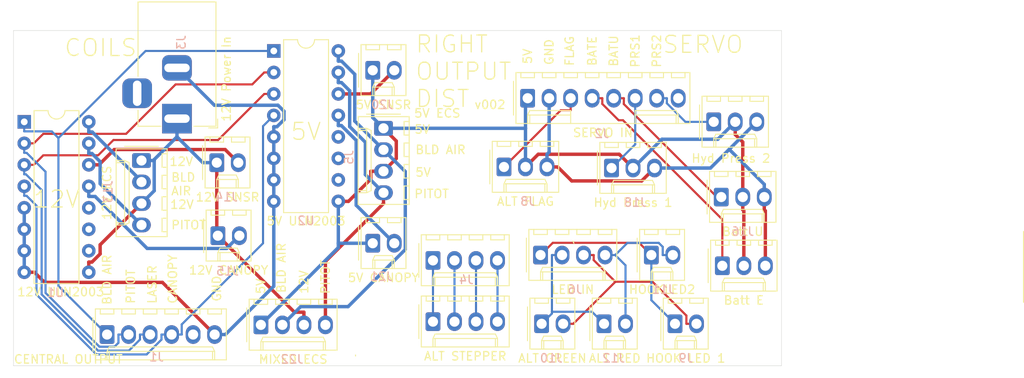
<source format=kicad_pcb>
(kicad_pcb (version 20171130) (host pcbnew "(5.1.5-0-10_14)")

  (general
    (thickness 1.6)
    (drawings 37)
    (tracks 232)
    (zones 0)
    (modules 28)
    (nets 30)
  )

  (page A4)
  (layers
    (0 F.Cu signal)
    (31 B.Cu signal)
    (32 B.Adhes user)
    (33 F.Adhes user)
    (34 B.Paste user)
    (35 F.Paste user)
    (36 B.SilkS user)
    (37 F.SilkS user)
    (38 B.Mask user)
    (39 F.Mask user)
    (40 Dwgs.User user)
    (41 Cmts.User user)
    (42 Eco1.User user)
    (43 Eco2.User user)
    (44 Edge.Cuts user)
    (45 Margin user)
    (46 B.CrtYd user)
    (47 F.CrtYd user)
    (48 B.Fab user)
    (49 F.Fab user)
  )

  (setup
    (last_trace_width 0.25)
    (trace_clearance 0.2)
    (zone_clearance 0.508)
    (zone_45_only no)
    (trace_min 0.2)
    (via_size 0.8)
    (via_drill 0.4)
    (via_min_size 0.4)
    (via_min_drill 0.3)
    (uvia_size 0.3)
    (uvia_drill 0.1)
    (uvias_allowed no)
    (uvia_min_size 0.2)
    (uvia_min_drill 0.1)
    (edge_width 0.05)
    (segment_width 0.2)
    (pcb_text_width 0.3)
    (pcb_text_size 1.5 1.5)
    (mod_edge_width 0.12)
    (mod_text_size 1 1)
    (mod_text_width 0.15)
    (pad_size 1.524 1.524)
    (pad_drill 0.762)
    (pad_to_mask_clearance 0.051)
    (solder_mask_min_width 0.25)
    (aux_axis_origin 0 0)
    (visible_elements FFFFFF7F)
    (pcbplotparams
      (layerselection 0x010fc_ffffffff)
      (usegerberextensions false)
      (usegerberattributes false)
      (usegerberadvancedattributes false)
      (creategerberjobfile false)
      (excludeedgelayer true)
      (linewidth 0.100000)
      (plotframeref false)
      (viasonmask false)
      (mode 1)
      (useauxorigin false)
      (hpglpennumber 1)
      (hpglpenspeed 20)
      (hpglpendiameter 15.000000)
      (psnegative false)
      (psa4output false)
      (plotreference true)
      (plotvalue true)
      (plotinvisibletext false)
      (padsonsilk false)
      (subtractmaskfromsilk false)
      (outputformat 1)
      (mirror false)
      (drillshape 0)
      (scaleselection 1)
      (outputdirectory "manufacturing"))
  )

  (net 0 "")
  (net 1 /GND)
  (net 2 /In_Canopy_Mag)
  (net 3 /In_Laser_Arm_Mag)
  (net 4 /In_Pitot_Heat_Mag)
  (net 5 /In_Bleed_Air_Sol)
  (net 6 /+12V)
  (net 7 /ALT_STEPPER_2B)
  (net 8 /ALT_STEPPER_2A)
  (net 9 /ALT_STEPPER_1B)
  (net 10 /ALT_STEPPER_1A)
  (net 11 /SERVO_GND)
  (net 12 /SERVO_5V)
  (net 13 /BATT_U_PWM)
  (net 14 /BATT_E_PWM)
  (net 15 /ALT_FLAG_PWM)
  (net 16 /HYD_PRESS_1_PWM)
  (net 17 /HYD_PRESS_2_PWM)
  (net 18 /LEDCOL1)
  (net 19 /LEDROW1)
  (net 20 /LEDROW2)
  (net 21 /LEDCOL2)
  (net 22 /5V_Out_Pitot_Heat_Mag)
  (net 23 /5V_Out_Bleed_Air_Sol)
  (net 24 /12V_Out_Pitot_Heat_Mag)
  (net 25 /12V_Out_Bleed_Air_Sol)
  (net 26 /12V_Out_Laser_Arm_Mag)
  (net 27 /12V_Out_Canopy_Mag)
  (net 28 /5V_Out_Laser_Arm_Mag)
  (net 29 /5V_Out_Canopy_Mag)

  (net_class Default "This is the default net class."
    (clearance 0.2)
    (trace_width 0.25)
    (via_dia 0.8)
    (via_drill 0.4)
    (uvia_dia 0.3)
    (uvia_drill 0.1)
    (add_net /ALT_FLAG_PWM)
    (add_net /ALT_STEPPER_1A)
    (add_net /ALT_STEPPER_1B)
    (add_net /ALT_STEPPER_2A)
    (add_net /ALT_STEPPER_2B)
    (add_net /BATT_E_PWM)
    (add_net /BATT_U_PWM)
    (add_net /HYD_PRESS_1_PWM)
    (add_net /HYD_PRESS_2_PWM)
    (add_net /In_Bleed_Air_Sol)
    (add_net /In_Canopy_Mag)
    (add_net /In_Laser_Arm_Mag)
    (add_net /In_Pitot_Heat_Mag)
    (add_net /LEDCOL1)
    (add_net /LEDCOL2)
    (add_net /LEDROW1)
    (add_net /LEDROW2)
  )

  (net_class "POWER AND GROUND" ""
    (clearance 0.2)
    (trace_width 0.4)
    (via_dia 0.8)
    (via_drill 0.4)
    (uvia_dia 0.3)
    (uvia_drill 0.1)
    (add_net /+12V)
    (add_net /12V_Out_Bleed_Air_Sol)
    (add_net /12V_Out_Canopy_Mag)
    (add_net /12V_Out_Laser_Arm_Mag)
    (add_net /12V_Out_Pitot_Heat_Mag)
    (add_net /5V_Out_Bleed_Air_Sol)
    (add_net /5V_Out_Canopy_Mag)
    (add_net /5V_Out_Laser_Arm_Mag)
    (add_net /5V_Out_Pitot_Heat_Mag)
    (add_net /GND)
    (add_net /SERVO_5V)
    (add_net /SERVO_GND)
  )

  (module Package_DIP:DIP-16_W7.62mm (layer F.Cu) (tedit 5A02E8C5) (tstamp 61736E73)
    (at 187.452 82.804)
    (descr "16-lead though-hole mounted DIP package, row spacing 7.62 mm (300 mils)")
    (tags "THT DIP DIL PDIP 2.54mm 7.62mm 300mil")
    (path /61793D7C)
    (fp_text reference U2 (at 3.81 20.066) (layer B.SilkS)
      (effects (font (size 1 1) (thickness 0.15)) (justify mirror))
    )
    (fp_text value "5V ULN2003" (at 3.81 20.11) (layer F.SilkS)
      (effects (font (size 1 1) (thickness 0.15)))
    )
    (fp_text user %R (at 3.81 8.89) (layer F.Fab)
      (effects (font (size 1 1) (thickness 0.15)))
    )
    (fp_line (start 8.7 -1.55) (end -1.1 -1.55) (layer F.CrtYd) (width 0.05))
    (fp_line (start 8.7 19.3) (end 8.7 -1.55) (layer F.CrtYd) (width 0.05))
    (fp_line (start -1.1 19.3) (end 8.7 19.3) (layer F.CrtYd) (width 0.05))
    (fp_line (start -1.1 -1.55) (end -1.1 19.3) (layer F.CrtYd) (width 0.05))
    (fp_line (start 6.46 -1.33) (end 4.81 -1.33) (layer F.SilkS) (width 0.12))
    (fp_line (start 6.46 19.11) (end 6.46 -1.33) (layer F.SilkS) (width 0.12))
    (fp_line (start 1.16 19.11) (end 6.46 19.11) (layer F.SilkS) (width 0.12))
    (fp_line (start 1.16 -1.33) (end 1.16 19.11) (layer F.SilkS) (width 0.12))
    (fp_line (start 2.81 -1.33) (end 1.16 -1.33) (layer F.SilkS) (width 0.12))
    (fp_line (start 0.635 -0.27) (end 1.635 -1.27) (layer F.Fab) (width 0.1))
    (fp_line (start 0.635 19.05) (end 0.635 -0.27) (layer F.Fab) (width 0.1))
    (fp_line (start 6.985 19.05) (end 0.635 19.05) (layer F.Fab) (width 0.1))
    (fp_line (start 6.985 -1.27) (end 6.985 19.05) (layer F.Fab) (width 0.1))
    (fp_line (start 1.635 -1.27) (end 6.985 -1.27) (layer F.Fab) (width 0.1))
    (fp_arc (start 3.81 -1.33) (end 2.81 -1.33) (angle -180) (layer F.SilkS) (width 0.12))
    (pad 16 thru_hole oval (at 7.62 0) (size 1.6 1.6) (drill 0.8) (layers *.Cu *.Mask)
      (net 23 /5V_Out_Bleed_Air_Sol))
    (pad 8 thru_hole oval (at 0 17.78) (size 1.6 1.6) (drill 0.8) (layers *.Cu *.Mask)
      (net 1 /GND))
    (pad 15 thru_hole oval (at 7.62 2.54) (size 1.6 1.6) (drill 0.8) (layers *.Cu *.Mask)
      (net 22 /5V_Out_Pitot_Heat_Mag))
    (pad 7 thru_hole oval (at 0 15.24) (size 1.6 1.6) (drill 0.8) (layers *.Cu *.Mask)
      (net 1 /GND))
    (pad 14 thru_hole oval (at 7.62 5.08) (size 1.6 1.6) (drill 0.8) (layers *.Cu *.Mask)
      (net 28 /5V_Out_Laser_Arm_Mag))
    (pad 6 thru_hole oval (at 0 12.7) (size 1.6 1.6) (drill 0.8) (layers *.Cu *.Mask)
      (net 1 /GND))
    (pad 13 thru_hole oval (at 7.62 7.62) (size 1.6 1.6) (drill 0.8) (layers *.Cu *.Mask)
      (net 29 /5V_Out_Canopy_Mag))
    (pad 5 thru_hole oval (at 0 10.16) (size 1.6 1.6) (drill 0.8) (layers *.Cu *.Mask)
      (net 1 /GND))
    (pad 12 thru_hole oval (at 7.62 10.16) (size 1.6 1.6) (drill 0.8) (layers *.Cu *.Mask))
    (pad 4 thru_hole oval (at 0 7.62) (size 1.6 1.6) (drill 0.8) (layers *.Cu *.Mask)
      (net 2 /In_Canopy_Mag))
    (pad 11 thru_hole oval (at 7.62 12.7) (size 1.6 1.6) (drill 0.8) (layers *.Cu *.Mask))
    (pad 3 thru_hole oval (at 0 5.08) (size 1.6 1.6) (drill 0.8) (layers *.Cu *.Mask)
      (net 3 /In_Laser_Arm_Mag))
    (pad 10 thru_hole oval (at 7.62 15.24) (size 1.6 1.6) (drill 0.8) (layers *.Cu *.Mask))
    (pad 2 thru_hole oval (at 0 2.54) (size 1.6 1.6) (drill 0.8) (layers *.Cu *.Mask)
      (net 4 /In_Pitot_Heat_Mag))
    (pad 9 thru_hole oval (at 7.62 17.78) (size 1.6 1.6) (drill 0.8) (layers *.Cu *.Mask)
      (net 12 /SERVO_5V))
    (pad 1 thru_hole rect (at 0 0) (size 1.6 1.6) (drill 0.8) (layers *.Cu *.Mask)
      (net 5 /In_Bleed_Air_Sol))
    (model ${KISYS3DMOD}/Package_DIP.3dshapes/DIP-16_W7.62mm.wrl
      (at (xyz 0 0 0))
      (scale (xyz 1 1 1))
      (rotate (xyz 0 0 0))
    )
  )

  (module PT_Library_v001:Molex_1x04_P2.54mm_Vertical (layer F.Cu) (tedit 5B78013E) (tstamp 61736E09)
    (at 185.928 115.189)
    (descr "Molex KK-254 Interconnect System, old/engineering part number: AE-6410-04A example for new part number: 22-27-2041, 4 Pins (http://www.molex.com/pdm_docs/sd/022272021_sd.pdf), generated with kicad-footprint-generator")
    (tags "connector Molex KK-254 side entry")
    (path /6179B696)
    (fp_text reference J22 (at 3.683 4.064) (layer B.SilkS)
      (effects (font (size 1 1) (thickness 0.15)) (justify mirror))
    )
    (fp_text value "MIXED ECS" (at 3.81 4.08) (layer F.SilkS)
      (effects (font (size 1 1) (thickness 0.15)))
    )
    (fp_text user %R (at 3.81 4.064) (layer B.Fab)
      (effects (font (size 1 1) (thickness 0.15)) (justify mirror))
    )
    (fp_line (start 9.39 -3.42) (end -1.77 -3.42) (layer F.CrtYd) (width 0.05))
    (fp_line (start 9.39 3.38) (end 9.39 -3.42) (layer F.CrtYd) (width 0.05))
    (fp_line (start -1.77 3.38) (end 9.39 3.38) (layer F.CrtYd) (width 0.05))
    (fp_line (start -1.77 -3.42) (end -1.77 3.38) (layer F.CrtYd) (width 0.05))
    (fp_line (start 8.42 -2.43) (end 8.42 -3.03) (layer F.SilkS) (width 0.12))
    (fp_line (start 6.82 -2.43) (end 8.42 -2.43) (layer F.SilkS) (width 0.12))
    (fp_line (start 6.82 -3.03) (end 6.82 -2.43) (layer F.SilkS) (width 0.12))
    (fp_line (start 5.88 -2.43) (end 5.88 -3.03) (layer F.SilkS) (width 0.12))
    (fp_line (start 4.28 -2.43) (end 5.88 -2.43) (layer F.SilkS) (width 0.12))
    (fp_line (start 4.28 -3.03) (end 4.28 -2.43) (layer F.SilkS) (width 0.12))
    (fp_line (start 3.34 -2.43) (end 3.34 -3.03) (layer F.SilkS) (width 0.12))
    (fp_line (start 1.74 -2.43) (end 3.34 -2.43) (layer F.SilkS) (width 0.12))
    (fp_line (start 1.74 -3.03) (end 1.74 -2.43) (layer F.SilkS) (width 0.12))
    (fp_line (start 0.8 -2.43) (end 0.8 -3.03) (layer F.SilkS) (width 0.12))
    (fp_line (start -0.8 -2.43) (end 0.8 -2.43) (layer F.SilkS) (width 0.12))
    (fp_line (start -0.8 -3.03) (end -0.8 -2.43) (layer F.SilkS) (width 0.12))
    (fp_line (start 7.37 2.99) (end 7.37 1.99) (layer F.SilkS) (width 0.12))
    (fp_line (start 0.25 2.99) (end 0.25 1.99) (layer F.SilkS) (width 0.12))
    (fp_line (start 7.37 1.46) (end 7.62 1.99) (layer F.SilkS) (width 0.12))
    (fp_line (start 0.25 1.46) (end 7.37 1.46) (layer F.SilkS) (width 0.12))
    (fp_line (start 0 1.99) (end 0.25 1.46) (layer F.SilkS) (width 0.12))
    (fp_line (start 7.62 1.99) (end 7.62 2.99) (layer F.SilkS) (width 0.12))
    (fp_line (start 0 1.99) (end 7.62 1.99) (layer F.SilkS) (width 0.12))
    (fp_line (start 0 2.99) (end 0 1.99) (layer F.SilkS) (width 0.12))
    (fp_line (start -0.562893 0) (end -1.27 0.5) (layer F.Fab) (width 0.1))
    (fp_line (start -1.27 -0.5) (end -0.562893 0) (layer F.Fab) (width 0.1))
    (fp_line (start -1.67 -2) (end -1.67 2) (layer F.SilkS) (width 0.12))
    (fp_line (start 9 -3.03) (end -1.38 -3.03) (layer F.SilkS) (width 0.12))
    (fp_line (start 9 2.99) (end 9 -3.03) (layer F.SilkS) (width 0.12))
    (fp_line (start -1.38 2.99) (end 9 2.99) (layer F.SilkS) (width 0.12))
    (fp_line (start -1.38 -3.03) (end -1.38 2.99) (layer F.SilkS) (width 0.12))
    (fp_line (start 8.89 -2.92) (end -1.27 -2.92) (layer F.Fab) (width 0.1))
    (fp_line (start 8.89 2.88) (end 8.89 -2.92) (layer F.Fab) (width 0.1))
    (fp_line (start -1.27 2.88) (end 8.89 2.88) (layer F.Fab) (width 0.1))
    (fp_line (start -1.27 -2.92) (end -1.27 2.88) (layer F.Fab) (width 0.1))
    (pad 4 thru_hole oval (at 7.62 0) (size 1.74 2.2) (drill 1.2) (layers *.Cu *.Mask)
      (net 22 /5V_Out_Pitot_Heat_Mag))
    (pad 3 thru_hole oval (at 5.08 0) (size 1.74 2.2) (drill 1.2) (layers *.Cu *.Mask)
      (net 6 /+12V))
    (pad 2 thru_hole oval (at 2.54 0) (size 1.74 2.2) (drill 1.2) (layers *.Cu *.Mask)
      (net 23 /5V_Out_Bleed_Air_Sol))
    (pad 1 thru_hole roundrect (at 0 0) (size 1.74 2.2) (drill 1.2) (layers *.Cu *.Mask) (roundrect_rratio 0.143678)
      (net 12 /SERVO_5V))
    (model ${KISYS3DMOD}/Connector_Molex.3dshapes/Molex_KK-254_AE-6410-04A_1x04_P2.54mm_Vertical.wrl
      (at (xyz 0 0 0))
      (scale (xyz 1 1 1))
      (rotate (xyz 0 0 0))
    )
  )

  (module PT_Library_v001:Molex_1x02_P2.54mm_Vertical (layer F.Cu) (tedit 5B78013E) (tstamp 61736DDD)
    (at 199.136 105.537)
    (descr "Molex KK-254 Interconnect System, old/engineering part number: AE-6410-02A example for new part number: 22-27-2021, 2 Pins (http://www.molex.com/pdm_docs/sd/022272021_sd.pdf), generated with kicad-footprint-generator")
    (tags "connector Molex KK-254 side entry")
    (path /6179987C)
    (fp_text reference J21 (at 1.016 3.937) (layer B.SilkS)
      (effects (font (size 1 1) (thickness 0.15)) (justify mirror))
    )
    (fp_text value "5V CANOPY" (at 1.27 4.08) (layer F.SilkS)
      (effects (font (size 1 1) (thickness 0.15)))
    )
    (fp_text user %R (at 1.27 -2.22) (layer F.Fab)
      (effects (font (size 1 1) (thickness 0.15)))
    )
    (fp_line (start 4.31 -3.42) (end -1.77 -3.42) (layer F.CrtYd) (width 0.05))
    (fp_line (start 4.31 3.38) (end 4.31 -3.42) (layer F.CrtYd) (width 0.05))
    (fp_line (start -1.77 3.38) (end 4.31 3.38) (layer F.CrtYd) (width 0.05))
    (fp_line (start -1.77 -3.42) (end -1.77 3.38) (layer F.CrtYd) (width 0.05))
    (fp_line (start 3.34 -2.43) (end 3.34 -3.03) (layer F.SilkS) (width 0.12))
    (fp_line (start 1.74 -2.43) (end 3.34 -2.43) (layer F.SilkS) (width 0.12))
    (fp_line (start 1.74 -3.03) (end 1.74 -2.43) (layer F.SilkS) (width 0.12))
    (fp_line (start 0.8 -2.43) (end 0.8 -3.03) (layer F.SilkS) (width 0.12))
    (fp_line (start -0.8 -2.43) (end 0.8 -2.43) (layer F.SilkS) (width 0.12))
    (fp_line (start -0.8 -3.03) (end -0.8 -2.43) (layer F.SilkS) (width 0.12))
    (fp_line (start 2.29 2.99) (end 2.29 1.99) (layer F.SilkS) (width 0.12))
    (fp_line (start 0.25 2.99) (end 0.25 1.99) (layer F.SilkS) (width 0.12))
    (fp_line (start 2.29 1.46) (end 2.54 1.99) (layer F.SilkS) (width 0.12))
    (fp_line (start 0.25 1.46) (end 2.29 1.46) (layer F.SilkS) (width 0.12))
    (fp_line (start 0 1.99) (end 0.25 1.46) (layer F.SilkS) (width 0.12))
    (fp_line (start 2.54 1.99) (end 2.54 2.99) (layer F.SilkS) (width 0.12))
    (fp_line (start 0 1.99) (end 2.54 1.99) (layer F.SilkS) (width 0.12))
    (fp_line (start 0 2.99) (end 0 1.99) (layer F.SilkS) (width 0.12))
    (fp_line (start -0.562893 0) (end -1.27 0.5) (layer F.Fab) (width 0.1))
    (fp_line (start -1.27 -0.5) (end -0.562893 0) (layer F.Fab) (width 0.1))
    (fp_line (start -1.67 -2) (end -1.67 2) (layer F.SilkS) (width 0.12))
    (fp_line (start 3.92 -3.03) (end -1.38 -3.03) (layer F.SilkS) (width 0.12))
    (fp_line (start 3.92 2.99) (end 3.92 -3.03) (layer F.SilkS) (width 0.12))
    (fp_line (start -1.38 2.99) (end 3.92 2.99) (layer F.SilkS) (width 0.12))
    (fp_line (start -1.38 -3.03) (end -1.38 2.99) (layer F.SilkS) (width 0.12))
    (fp_line (start 3.81 -2.92) (end -1.27 -2.92) (layer F.Fab) (width 0.1))
    (fp_line (start 3.81 2.88) (end 3.81 -2.92) (layer F.Fab) (width 0.1))
    (fp_line (start -1.27 2.88) (end 3.81 2.88) (layer F.Fab) (width 0.1))
    (fp_line (start -1.27 -2.92) (end -1.27 2.88) (layer F.Fab) (width 0.1))
    (pad 2 thru_hole oval (at 2.54 0) (size 1.74 2.2) (drill 1.2) (layers *.Cu *.Mask)
      (net 29 /5V_Out_Canopy_Mag))
    (pad 1 thru_hole roundrect (at 0 0) (size 1.74 2.2) (drill 1.2) (layers *.Cu *.Mask) (roundrect_rratio 0.143678)
      (net 12 /SERVO_5V))
    (model ${KISYS3DMOD}/Connector_Molex.3dshapes/Molex_KK-254_AE-6410-02A_1x02_P2.54mm_Vertical.wrl
      (at (xyz 0 0 0))
      (scale (xyz 1 1 1))
      (rotate (xyz 0 0 0))
    )
  )

  (module PT_Library_v001:Molex_1x02_P2.54mm_Vertical (layer F.Cu) (tedit 5B78013E) (tstamp 61736DB9)
    (at 199.136 85.09)
    (descr "Molex KK-254 Interconnect System, old/engineering part number: AE-6410-02A example for new part number: 22-27-2021, 2 Pins (http://www.molex.com/pdm_docs/sd/022272021_sd.pdf), generated with kicad-footprint-generator")
    (tags "connector Molex KK-254 side entry")
    (path /61799870)
    (fp_text reference J20 (at 1.143 4.064) (layer B.SilkS)
      (effects (font (size 1 1) (thickness 0.15)) (justify mirror))
    )
    (fp_text value "5V SNSR" (at 1.27 4.08) (layer F.SilkS)
      (effects (font (size 1 1) (thickness 0.15)))
    )
    (fp_text user %R (at 1.27 -2.22) (layer F.Fab)
      (effects (font (size 1 1) (thickness 0.15)))
    )
    (fp_line (start 4.31 -3.42) (end -1.77 -3.42) (layer F.CrtYd) (width 0.05))
    (fp_line (start 4.31 3.38) (end 4.31 -3.42) (layer F.CrtYd) (width 0.05))
    (fp_line (start -1.77 3.38) (end 4.31 3.38) (layer F.CrtYd) (width 0.05))
    (fp_line (start -1.77 -3.42) (end -1.77 3.38) (layer F.CrtYd) (width 0.05))
    (fp_line (start 3.34 -2.43) (end 3.34 -3.03) (layer F.SilkS) (width 0.12))
    (fp_line (start 1.74 -2.43) (end 3.34 -2.43) (layer F.SilkS) (width 0.12))
    (fp_line (start 1.74 -3.03) (end 1.74 -2.43) (layer F.SilkS) (width 0.12))
    (fp_line (start 0.8 -2.43) (end 0.8 -3.03) (layer F.SilkS) (width 0.12))
    (fp_line (start -0.8 -2.43) (end 0.8 -2.43) (layer F.SilkS) (width 0.12))
    (fp_line (start -0.8 -3.03) (end -0.8 -2.43) (layer F.SilkS) (width 0.12))
    (fp_line (start 2.29 2.99) (end 2.29 1.99) (layer F.SilkS) (width 0.12))
    (fp_line (start 0.25 2.99) (end 0.25 1.99) (layer F.SilkS) (width 0.12))
    (fp_line (start 2.29 1.46) (end 2.54 1.99) (layer F.SilkS) (width 0.12))
    (fp_line (start 0.25 1.46) (end 2.29 1.46) (layer F.SilkS) (width 0.12))
    (fp_line (start 0 1.99) (end 0.25 1.46) (layer F.SilkS) (width 0.12))
    (fp_line (start 2.54 1.99) (end 2.54 2.99) (layer F.SilkS) (width 0.12))
    (fp_line (start 0 1.99) (end 2.54 1.99) (layer F.SilkS) (width 0.12))
    (fp_line (start 0 2.99) (end 0 1.99) (layer F.SilkS) (width 0.12))
    (fp_line (start -0.562893 0) (end -1.27 0.5) (layer F.Fab) (width 0.1))
    (fp_line (start -1.27 -0.5) (end -0.562893 0) (layer F.Fab) (width 0.1))
    (fp_line (start -1.67 -2) (end -1.67 2) (layer F.SilkS) (width 0.12))
    (fp_line (start 3.92 -3.03) (end -1.38 -3.03) (layer F.SilkS) (width 0.12))
    (fp_line (start 3.92 2.99) (end 3.92 -3.03) (layer F.SilkS) (width 0.12))
    (fp_line (start -1.38 2.99) (end 3.92 2.99) (layer F.SilkS) (width 0.12))
    (fp_line (start -1.38 -3.03) (end -1.38 2.99) (layer F.SilkS) (width 0.12))
    (fp_line (start 3.81 -2.92) (end -1.27 -2.92) (layer F.Fab) (width 0.1))
    (fp_line (start 3.81 2.88) (end 3.81 -2.92) (layer F.Fab) (width 0.1))
    (fp_line (start -1.27 2.88) (end 3.81 2.88) (layer F.Fab) (width 0.1))
    (fp_line (start -1.27 -2.92) (end -1.27 2.88) (layer F.Fab) (width 0.1))
    (pad 2 thru_hole oval (at 2.54 0) (size 1.74 2.2) (drill 1.2) (layers *.Cu *.Mask)
      (net 28 /5V_Out_Laser_Arm_Mag))
    (pad 1 thru_hole roundrect (at 0 0) (size 1.74 2.2) (drill 1.2) (layers *.Cu *.Mask) (roundrect_rratio 0.143678)
      (net 12 /SERVO_5V))
    (model ${KISYS3DMOD}/Connector_Molex.3dshapes/Molex_KK-254_AE-6410-02A_1x02_P2.54mm_Vertical.wrl
      (at (xyz 0 0 0))
      (scale (xyz 1 1 1))
      (rotate (xyz 0 0 0))
    )
  )

  (module PT_Library_v001:Molex_1x04_P2.54mm_Vertical (layer F.Cu) (tedit 5B78013E) (tstamp 617369DA)
    (at 200.406 91.948 270)
    (descr "Molex KK-254 Interconnect System, old/engineering part number: AE-6410-04A example for new part number: 22-27-2041, 4 Pins (http://www.molex.com/pdm_docs/sd/022272021_sd.pdf), generated with kicad-footprint-generator")
    (tags "connector Molex KK-254 side entry")
    (path /61799862)
    (fp_text reference J5 (at 3.429 4.064 90) (layer B.SilkS)
      (effects (font (size 1 1) (thickness 0.15)) (justify mirror))
    )
    (fp_text value "5V ECS" (at -1.778 -6.35 180) (layer F.SilkS)
      (effects (font (size 1 1) (thickness 0.15)))
    )
    (fp_text user %R (at 3.81 -2.22 90) (layer F.Fab)
      (effects (font (size 1 1) (thickness 0.15)))
    )
    (fp_line (start 9.39 -3.42) (end -1.77 -3.42) (layer F.CrtYd) (width 0.05))
    (fp_line (start 9.39 3.38) (end 9.39 -3.42) (layer F.CrtYd) (width 0.05))
    (fp_line (start -1.77 3.38) (end 9.39 3.38) (layer F.CrtYd) (width 0.05))
    (fp_line (start -1.77 -3.42) (end -1.77 3.38) (layer F.CrtYd) (width 0.05))
    (fp_line (start 8.42 -2.43) (end 8.42 -3.03) (layer F.SilkS) (width 0.12))
    (fp_line (start 6.82 -2.43) (end 8.42 -2.43) (layer F.SilkS) (width 0.12))
    (fp_line (start 6.82 -3.03) (end 6.82 -2.43) (layer F.SilkS) (width 0.12))
    (fp_line (start 5.88 -2.43) (end 5.88 -3.03) (layer F.SilkS) (width 0.12))
    (fp_line (start 4.28 -2.43) (end 5.88 -2.43) (layer F.SilkS) (width 0.12))
    (fp_line (start 4.28 -3.03) (end 4.28 -2.43) (layer F.SilkS) (width 0.12))
    (fp_line (start 3.34 -2.43) (end 3.34 -3.03) (layer F.SilkS) (width 0.12))
    (fp_line (start 1.74 -2.43) (end 3.34 -2.43) (layer F.SilkS) (width 0.12))
    (fp_line (start 1.74 -3.03) (end 1.74 -2.43) (layer F.SilkS) (width 0.12))
    (fp_line (start 0.8 -2.43) (end 0.8 -3.03) (layer F.SilkS) (width 0.12))
    (fp_line (start -0.8 -2.43) (end 0.8 -2.43) (layer F.SilkS) (width 0.12))
    (fp_line (start -0.8 -3.03) (end -0.8 -2.43) (layer F.SilkS) (width 0.12))
    (fp_line (start 7.37 2.99) (end 7.37 1.99) (layer F.SilkS) (width 0.12))
    (fp_line (start 0.25 2.99) (end 0.25 1.99) (layer F.SilkS) (width 0.12))
    (fp_line (start 7.37 1.46) (end 7.62 1.99) (layer F.SilkS) (width 0.12))
    (fp_line (start 0.25 1.46) (end 7.37 1.46) (layer F.SilkS) (width 0.12))
    (fp_line (start 0 1.99) (end 0.25 1.46) (layer F.SilkS) (width 0.12))
    (fp_line (start 7.62 1.99) (end 7.62 2.99) (layer F.SilkS) (width 0.12))
    (fp_line (start 0 1.99) (end 7.62 1.99) (layer F.SilkS) (width 0.12))
    (fp_line (start 0 2.99) (end 0 1.99) (layer F.SilkS) (width 0.12))
    (fp_line (start -0.562893 0) (end -1.27 0.5) (layer F.Fab) (width 0.1))
    (fp_line (start -1.27 -0.5) (end -0.562893 0) (layer F.Fab) (width 0.1))
    (fp_line (start -1.67 -2) (end -1.67 2) (layer F.SilkS) (width 0.12))
    (fp_line (start 9 -3.03) (end -1.38 -3.03) (layer F.SilkS) (width 0.12))
    (fp_line (start 9 2.99) (end 9 -3.03) (layer F.SilkS) (width 0.12))
    (fp_line (start -1.38 2.99) (end 9 2.99) (layer F.SilkS) (width 0.12))
    (fp_line (start -1.38 -3.03) (end -1.38 2.99) (layer F.SilkS) (width 0.12))
    (fp_line (start 8.89 -2.92) (end -1.27 -2.92) (layer F.Fab) (width 0.1))
    (fp_line (start 8.89 2.88) (end 8.89 -2.92) (layer F.Fab) (width 0.1))
    (fp_line (start -1.27 2.88) (end 8.89 2.88) (layer F.Fab) (width 0.1))
    (fp_line (start -1.27 -2.92) (end -1.27 2.88) (layer F.Fab) (width 0.1))
    (pad 4 thru_hole oval (at 7.62 0 270) (size 1.74 2.2) (drill 1.2) (layers *.Cu *.Mask)
      (net 22 /5V_Out_Pitot_Heat_Mag))
    (pad 3 thru_hole oval (at 5.08 0 270) (size 1.74 2.2) (drill 1.2) (layers *.Cu *.Mask)
      (net 12 /SERVO_5V))
    (pad 2 thru_hole oval (at 2.54 0 270) (size 1.74 2.2) (drill 1.2) (layers *.Cu *.Mask)
      (net 23 /5V_Out_Bleed_Air_Sol))
    (pad 1 thru_hole roundrect (at 0 0 270) (size 1.74 2.2) (drill 1.2) (layers *.Cu *.Mask) (roundrect_rratio 0.143678)
      (net 12 /SERVO_5V))
    (model ${KISYS3DMOD}/Connector_Molex.3dshapes/Molex_KK-254_AE-6410-04A_1x04_P2.54mm_Vertical.wrl
      (at (xyz 0 0 0))
      (scale (xyz 1 1 1))
      (rotate (xyz 0 0 0))
    )
  )

  (module Connector_BarrelJack:BarrelJack_Horizontal (layer F.Cu) (tedit 5A1DBF6A) (tstamp 6072D19C)
    (at 176.022 90.805 270)
    (descr "DC Barrel Jack")
    (tags "Power Jack")
    (path /6073DAF2)
    (fp_text reference J3 (at -9.017 -0.508 90) (layer B.SilkS)
      (effects (font (size 1 1) (thickness 0.15)) (justify mirror))
    )
    (fp_text value "12V Power In" (at -4.699 -5.842 90) (layer F.SilkS)
      (effects (font (size 1 1) (thickness 0.15)))
    )
    (fp_line (start 0 -4.5) (end -13.7 -4.5) (layer F.Fab) (width 0.1))
    (fp_line (start 0.8 4.5) (end 0.8 -3.75) (layer F.Fab) (width 0.1))
    (fp_line (start -13.7 4.5) (end 0.8 4.5) (layer F.Fab) (width 0.1))
    (fp_line (start -13.7 -4.5) (end -13.7 4.5) (layer F.Fab) (width 0.1))
    (fp_line (start -10.2 -4.5) (end -10.2 4.5) (layer F.Fab) (width 0.1))
    (fp_line (start 0.9 -4.6) (end 0.9 -2) (layer F.SilkS) (width 0.12))
    (fp_line (start -13.8 -4.6) (end 0.9 -4.6) (layer F.SilkS) (width 0.12))
    (fp_line (start 0.9 4.6) (end -1 4.6) (layer F.SilkS) (width 0.12))
    (fp_line (start 0.9 1.9) (end 0.9 4.6) (layer F.SilkS) (width 0.12))
    (fp_line (start -13.8 4.6) (end -13.8 -4.6) (layer F.SilkS) (width 0.12))
    (fp_line (start -5 4.6) (end -13.8 4.6) (layer F.SilkS) (width 0.12))
    (fp_line (start -14 4.75) (end -14 -4.75) (layer F.CrtYd) (width 0.05))
    (fp_line (start -5 4.75) (end -14 4.75) (layer F.CrtYd) (width 0.05))
    (fp_line (start -5 6.75) (end -5 4.75) (layer F.CrtYd) (width 0.05))
    (fp_line (start -1 6.75) (end -5 6.75) (layer F.CrtYd) (width 0.05))
    (fp_line (start -1 4.75) (end -1 6.75) (layer F.CrtYd) (width 0.05))
    (fp_line (start 1 4.75) (end -1 4.75) (layer F.CrtYd) (width 0.05))
    (fp_line (start 1 2) (end 1 4.75) (layer F.CrtYd) (width 0.05))
    (fp_line (start 2 2) (end 1 2) (layer F.CrtYd) (width 0.05))
    (fp_line (start 2 -2) (end 2 2) (layer F.CrtYd) (width 0.05))
    (fp_line (start 1 -2) (end 2 -2) (layer F.CrtYd) (width 0.05))
    (fp_line (start 1 -4.5) (end 1 -2) (layer F.CrtYd) (width 0.05))
    (fp_line (start 1 -4.75) (end -14 -4.75) (layer F.CrtYd) (width 0.05))
    (fp_line (start 1 -4.5) (end 1 -4.75) (layer F.CrtYd) (width 0.05))
    (fp_line (start 0.05 -4.8) (end 1.1 -4.8) (layer F.SilkS) (width 0.12))
    (fp_line (start 1.1 -3.75) (end 1.1 -4.8) (layer F.SilkS) (width 0.12))
    (fp_line (start -0.003213 -4.505425) (end 0.8 -3.75) (layer F.Fab) (width 0.1))
    (fp_text user %R (at -3 -2.95 90) (layer F.Fab)
      (effects (font (size 1 1) (thickness 0.15)))
    )
    (pad 3 thru_hole roundrect (at -3 4.7 270) (size 3.5 3.5) (drill oval 3 1) (layers *.Cu *.Mask) (roundrect_rratio 0.25))
    (pad 2 thru_hole roundrect (at -6 0 270) (size 3 3.5) (drill oval 1 3) (layers *.Cu *.Mask) (roundrect_rratio 0.25)
      (net 1 /GND))
    (pad 1 thru_hole rect (at 0 0 270) (size 3.5 3.5) (drill oval 1 3) (layers *.Cu *.Mask)
      (net 6 /+12V))
    (model ${KISYS3DMOD}/Connector_BarrelJack.3dshapes/BarrelJack_Horizontal.wrl
      (at (xyz 0 0 0))
      (scale (xyz 1 1 1))
      (rotate (xyz 0 0 0))
    )
  )

  (module PT_Library_v001:Molex_1x08_P2.54mm_Vertical (layer F.Cu) (tedit 5B78013E) (tstamp 61736936)
    (at 217.424 88.392)
    (descr "Molex KK-254 Interconnect System, old/engineering part number: AE-6410-08A example for new part number: 22-27-2081, 8 Pins (http://www.molex.com/pdm_docs/sd/022272021_sd.pdf), generated with kicad-footprint-generator")
    (tags "connector Molex KK-254 side entry")
    (path /6178E862)
    (fp_text reference J2 (at 8.763 4.191) (layer B.SilkS)
      (effects (font (size 1 1) (thickness 0.15)) (justify mirror))
    )
    (fp_text value "SERVO IN" (at 8.89 4.08) (layer F.SilkS)
      (effects (font (size 1 1) (thickness 0.15)))
    )
    (fp_text user %R (at 8.89 -2.22) (layer F.Fab)
      (effects (font (size 1 1) (thickness 0.15)))
    )
    (fp_line (start 19.55 -3.42) (end -1.77 -3.42) (layer F.CrtYd) (width 0.05))
    (fp_line (start 19.55 3.38) (end 19.55 -3.42) (layer F.CrtYd) (width 0.05))
    (fp_line (start -1.77 3.38) (end 19.55 3.38) (layer F.CrtYd) (width 0.05))
    (fp_line (start -1.77 -3.42) (end -1.77 3.38) (layer F.CrtYd) (width 0.05))
    (fp_line (start 18.58 -2.43) (end 18.58 -3.03) (layer F.SilkS) (width 0.12))
    (fp_line (start 16.98 -2.43) (end 18.58 -2.43) (layer F.SilkS) (width 0.12))
    (fp_line (start 16.98 -3.03) (end 16.98 -2.43) (layer F.SilkS) (width 0.12))
    (fp_line (start 16.04 -2.43) (end 16.04 -3.03) (layer F.SilkS) (width 0.12))
    (fp_line (start 14.44 -2.43) (end 16.04 -2.43) (layer F.SilkS) (width 0.12))
    (fp_line (start 14.44 -3.03) (end 14.44 -2.43) (layer F.SilkS) (width 0.12))
    (fp_line (start 13.5 -2.43) (end 13.5 -3.03) (layer F.SilkS) (width 0.12))
    (fp_line (start 11.9 -2.43) (end 13.5 -2.43) (layer F.SilkS) (width 0.12))
    (fp_line (start 11.9 -3.03) (end 11.9 -2.43) (layer F.SilkS) (width 0.12))
    (fp_line (start 10.96 -2.43) (end 10.96 -3.03) (layer F.SilkS) (width 0.12))
    (fp_line (start 9.36 -2.43) (end 10.96 -2.43) (layer F.SilkS) (width 0.12))
    (fp_line (start 9.36 -3.03) (end 9.36 -2.43) (layer F.SilkS) (width 0.12))
    (fp_line (start 8.42 -2.43) (end 8.42 -3.03) (layer F.SilkS) (width 0.12))
    (fp_line (start 6.82 -2.43) (end 8.42 -2.43) (layer F.SilkS) (width 0.12))
    (fp_line (start 6.82 -3.03) (end 6.82 -2.43) (layer F.SilkS) (width 0.12))
    (fp_line (start 5.88 -2.43) (end 5.88 -3.03) (layer F.SilkS) (width 0.12))
    (fp_line (start 4.28 -2.43) (end 5.88 -2.43) (layer F.SilkS) (width 0.12))
    (fp_line (start 4.28 -3.03) (end 4.28 -2.43) (layer F.SilkS) (width 0.12))
    (fp_line (start 3.34 -2.43) (end 3.34 -3.03) (layer F.SilkS) (width 0.12))
    (fp_line (start 1.74 -2.43) (end 3.34 -2.43) (layer F.SilkS) (width 0.12))
    (fp_line (start 1.74 -3.03) (end 1.74 -2.43) (layer F.SilkS) (width 0.12))
    (fp_line (start 0.8 -2.43) (end 0.8 -3.03) (layer F.SilkS) (width 0.12))
    (fp_line (start -0.8 -2.43) (end 0.8 -2.43) (layer F.SilkS) (width 0.12))
    (fp_line (start -0.8 -3.03) (end -0.8 -2.43) (layer F.SilkS) (width 0.12))
    (fp_line (start 17.53 2.99) (end 17.53 1.99) (layer F.SilkS) (width 0.12))
    (fp_line (start 12.7 1.46) (end 12.7 1.99) (layer F.SilkS) (width 0.12))
    (fp_line (start 17.53 1.46) (end 12.7 1.46) (layer F.SilkS) (width 0.12))
    (fp_line (start 17.78 1.99) (end 17.53 1.46) (layer F.SilkS) (width 0.12))
    (fp_line (start 12.7 1.99) (end 12.7 2.99) (layer F.SilkS) (width 0.12))
    (fp_line (start 17.78 1.99) (end 12.7 1.99) (layer F.SilkS) (width 0.12))
    (fp_line (start 17.78 2.99) (end 17.78 1.99) (layer F.SilkS) (width 0.12))
    (fp_line (start 0.25 2.99) (end 0.25 1.99) (layer F.SilkS) (width 0.12))
    (fp_line (start 5.08 1.46) (end 5.08 1.99) (layer F.SilkS) (width 0.12))
    (fp_line (start 0.25 1.46) (end 5.08 1.46) (layer F.SilkS) (width 0.12))
    (fp_line (start 0 1.99) (end 0.25 1.46) (layer F.SilkS) (width 0.12))
    (fp_line (start 5.08 1.99) (end 5.08 2.99) (layer F.SilkS) (width 0.12))
    (fp_line (start 0 1.99) (end 5.08 1.99) (layer F.SilkS) (width 0.12))
    (fp_line (start 0 2.99) (end 0 1.99) (layer F.SilkS) (width 0.12))
    (fp_line (start -0.562893 0) (end -1.27 0.5) (layer F.Fab) (width 0.1))
    (fp_line (start -1.27 -0.5) (end -0.562893 0) (layer F.Fab) (width 0.1))
    (fp_line (start -1.67 -2) (end -1.67 2) (layer F.SilkS) (width 0.12))
    (fp_line (start 19.16 -3.03) (end -1.38 -3.03) (layer F.SilkS) (width 0.12))
    (fp_line (start 19.16 2.99) (end 19.16 -3.03) (layer F.SilkS) (width 0.12))
    (fp_line (start -1.38 2.99) (end 19.16 2.99) (layer F.SilkS) (width 0.12))
    (fp_line (start -1.38 -3.03) (end -1.38 2.99) (layer F.SilkS) (width 0.12))
    (fp_line (start 19.05 -2.92) (end -1.27 -2.92) (layer F.Fab) (width 0.1))
    (fp_line (start 19.05 2.88) (end 19.05 -2.92) (layer F.Fab) (width 0.1))
    (fp_line (start -1.27 2.88) (end 19.05 2.88) (layer F.Fab) (width 0.1))
    (fp_line (start -1.27 -2.92) (end -1.27 2.88) (layer F.Fab) (width 0.1))
    (pad 8 thru_hole oval (at 17.78 0) (size 1.74 2.2) (drill 1.2) (layers *.Cu *.Mask))
    (pad 7 thru_hole oval (at 15.24 0) (size 1.74 2.2) (drill 1.2) (layers *.Cu *.Mask)
      (net 17 /HYD_PRESS_2_PWM))
    (pad 6 thru_hole oval (at 12.7 0) (size 1.74 2.2) (drill 1.2) (layers *.Cu *.Mask)
      (net 16 /HYD_PRESS_1_PWM))
    (pad 5 thru_hole oval (at 10.16 0) (size 1.74 2.2) (drill 1.2) (layers *.Cu *.Mask)
      (net 13 /BATT_U_PWM))
    (pad 4 thru_hole oval (at 7.62 0) (size 1.74 2.2) (drill 1.2) (layers *.Cu *.Mask)
      (net 14 /BATT_E_PWM))
    (pad 3 thru_hole oval (at 5.08 0) (size 1.74 2.2) (drill 1.2) (layers *.Cu *.Mask)
      (net 15 /ALT_FLAG_PWM))
    (pad 2 thru_hole oval (at 2.54 0) (size 1.74 2.2) (drill 1.2) (layers *.Cu *.Mask)
      (net 11 /SERVO_GND))
    (pad 1 thru_hole roundrect (at 0 0) (size 1.74 2.2) (drill 1.2) (layers *.Cu *.Mask) (roundrect_rratio 0.143678)
      (net 12 /SERVO_5V))
    (model ${KISYS3DMOD}/Connector_Molex.3dshapes/Molex_KK-254_AE-6410-08A_1x08_P2.54mm_Vertical.wrl
      (at (xyz 0 0 0))
      (scale (xyz 1 1 1))
      (rotate (xyz 0 0 0))
    )
  )

  (module PT_Library_v001:Molex_1x06_P2.54mm_Vertical (layer F.Cu) (tedit 5B78013E) (tstamp 61707987)
    (at 167.767 116.332)
    (descr "Molex KK-254 Interconnect System, old/engineering part number: AE-6410-06A example for new part number: 22-27-2061, 6 Pins (http://www.molex.com/pdm_docs/sd/022272021_sd.pdf), generated with kicad-footprint-generator")
    (tags "connector Molex KK-254 side entry")
    (path /6170FE67)
    (fp_text reference J1 (at 5.842 2.667) (layer B.SilkS)
      (effects (font (size 1 1) (thickness 0.15)) (justify mirror))
    )
    (fp_text value "CENTRAL OUTPUT" (at -4.572 2.921) (layer F.SilkS)
      (effects (font (size 1 1) (thickness 0.15)))
    )
    (fp_text user %R (at 6.35 -2.22) (layer F.Fab)
      (effects (font (size 1 1) (thickness 0.15)))
    )
    (fp_line (start 14.47 -3.42) (end -1.77 -3.42) (layer F.CrtYd) (width 0.05))
    (fp_line (start 14.47 3.38) (end 14.47 -3.42) (layer F.CrtYd) (width 0.05))
    (fp_line (start -1.77 3.38) (end 14.47 3.38) (layer F.CrtYd) (width 0.05))
    (fp_line (start -1.77 -3.42) (end -1.77 3.38) (layer F.CrtYd) (width 0.05))
    (fp_line (start 13.5 -2.43) (end 13.5 -3.03) (layer F.SilkS) (width 0.12))
    (fp_line (start 11.9 -2.43) (end 13.5 -2.43) (layer F.SilkS) (width 0.12))
    (fp_line (start 11.9 -3.03) (end 11.9 -2.43) (layer F.SilkS) (width 0.12))
    (fp_line (start 10.96 -2.43) (end 10.96 -3.03) (layer F.SilkS) (width 0.12))
    (fp_line (start 9.36 -2.43) (end 10.96 -2.43) (layer F.SilkS) (width 0.12))
    (fp_line (start 9.36 -3.03) (end 9.36 -2.43) (layer F.SilkS) (width 0.12))
    (fp_line (start 8.42 -2.43) (end 8.42 -3.03) (layer F.SilkS) (width 0.12))
    (fp_line (start 6.82 -2.43) (end 8.42 -2.43) (layer F.SilkS) (width 0.12))
    (fp_line (start 6.82 -3.03) (end 6.82 -2.43) (layer F.SilkS) (width 0.12))
    (fp_line (start 5.88 -2.43) (end 5.88 -3.03) (layer F.SilkS) (width 0.12))
    (fp_line (start 4.28 -2.43) (end 5.88 -2.43) (layer F.SilkS) (width 0.12))
    (fp_line (start 4.28 -3.03) (end 4.28 -2.43) (layer F.SilkS) (width 0.12))
    (fp_line (start 3.34 -2.43) (end 3.34 -3.03) (layer F.SilkS) (width 0.12))
    (fp_line (start 1.74 -2.43) (end 3.34 -2.43) (layer F.SilkS) (width 0.12))
    (fp_line (start 1.74 -3.03) (end 1.74 -2.43) (layer F.SilkS) (width 0.12))
    (fp_line (start 0.8 -2.43) (end 0.8 -3.03) (layer F.SilkS) (width 0.12))
    (fp_line (start -0.8 -2.43) (end 0.8 -2.43) (layer F.SilkS) (width 0.12))
    (fp_line (start -0.8 -3.03) (end -0.8 -2.43) (layer F.SilkS) (width 0.12))
    (fp_line (start 12.45 2.99) (end 12.45 1.99) (layer F.SilkS) (width 0.12))
    (fp_line (start 0.25 2.99) (end 0.25 1.99) (layer F.SilkS) (width 0.12))
    (fp_line (start 12.45 1.46) (end 12.7 1.99) (layer F.SilkS) (width 0.12))
    (fp_line (start 0.25 1.46) (end 12.45 1.46) (layer F.SilkS) (width 0.12))
    (fp_line (start 0 1.99) (end 0.25 1.46) (layer F.SilkS) (width 0.12))
    (fp_line (start 12.7 1.99) (end 12.7 2.99) (layer F.SilkS) (width 0.12))
    (fp_line (start 0 1.99) (end 12.7 1.99) (layer F.SilkS) (width 0.12))
    (fp_line (start 0 2.99) (end 0 1.99) (layer F.SilkS) (width 0.12))
    (fp_line (start -0.562893 0) (end -1.27 0.5) (layer F.Fab) (width 0.1))
    (fp_line (start -1.27 -0.5) (end -0.562893 0) (layer F.Fab) (width 0.1))
    (fp_line (start -1.67 -2) (end -1.67 2) (layer F.SilkS) (width 0.12))
    (fp_line (start 14.08 -3.03) (end -1.38 -3.03) (layer F.SilkS) (width 0.12))
    (fp_line (start 14.08 2.99) (end 14.08 -3.03) (layer F.SilkS) (width 0.12))
    (fp_line (start -1.38 2.99) (end 14.08 2.99) (layer F.SilkS) (width 0.12))
    (fp_line (start -1.38 -3.03) (end -1.38 2.99) (layer F.SilkS) (width 0.12))
    (fp_line (start 13.97 -2.92) (end -1.27 -2.92) (layer F.Fab) (width 0.1))
    (fp_line (start 13.97 2.88) (end 13.97 -2.92) (layer F.Fab) (width 0.1))
    (fp_line (start -1.27 2.88) (end 13.97 2.88) (layer F.Fab) (width 0.1))
    (fp_line (start -1.27 -2.92) (end -1.27 2.88) (layer F.Fab) (width 0.1))
    (pad 6 thru_hole oval (at 12.7 0) (size 1.74 2.2) (drill 1.2) (layers *.Cu *.Mask)
      (net 1 /GND))
    (pad 5 thru_hole oval (at 10.16 0) (size 1.74 2.2) (drill 1.2) (layers *.Cu *.Mask))
    (pad 4 thru_hole oval (at 7.62 0) (size 1.74 2.2) (drill 1.2) (layers *.Cu *.Mask)
      (net 2 /In_Canopy_Mag))
    (pad 3 thru_hole oval (at 5.08 0) (size 1.74 2.2) (drill 1.2) (layers *.Cu *.Mask)
      (net 3 /In_Laser_Arm_Mag))
    (pad 2 thru_hole oval (at 2.54 0) (size 1.74 2.2) (drill 1.2) (layers *.Cu *.Mask)
      (net 4 /In_Pitot_Heat_Mag))
    (pad 1 thru_hole roundrect (at 0 0) (size 1.74 2.2) (drill 1.2) (layers *.Cu *.Mask) (roundrect_rratio 0.143678)
      (net 5 /In_Bleed_Air_Sol))
    (model ${KISYS3DMOD}/Connector_Molex.3dshapes/Molex_KK-254_AE-6410-06A_1x06_P2.54mm_Vertical.wrl
      (at (xyz 0 0 0))
      (scale (xyz 1 1 1))
      (rotate (xyz 0 0 0))
    )
  )

  (module PT_Library_v001:Molex_1x02_P2.54mm_Vertical (layer F.Cu) (tedit 5B78013E) (tstamp 61707AEA)
    (at 226.441 115.062)
    (descr "Molex KK-254 Interconnect System, old/engineering part number: AE-6410-02A example for new part number: 22-27-2021, 2 Pins (http://www.molex.com/pdm_docs/sd/022272021_sd.pdf), generated with kicad-footprint-generator")
    (tags "connector Molex KK-254 side entry")
    (path /61713CAE)
    (fp_text reference J12 (at 1.143 4.064) (layer B.SilkS)
      (effects (font (size 1 1) (thickness 0.15)) (justify mirror))
    )
    (fp_text value "ALT RED" (at 1.27 4.08) (layer F.SilkS)
      (effects (font (size 1 1) (thickness 0.15)))
    )
    (fp_text user %R (at 1.27 -2.22) (layer F.Fab)
      (effects (font (size 1 1) (thickness 0.15)))
    )
    (fp_line (start 4.31 -3.42) (end -1.77 -3.42) (layer F.CrtYd) (width 0.05))
    (fp_line (start 4.31 3.38) (end 4.31 -3.42) (layer F.CrtYd) (width 0.05))
    (fp_line (start -1.77 3.38) (end 4.31 3.38) (layer F.CrtYd) (width 0.05))
    (fp_line (start -1.77 -3.42) (end -1.77 3.38) (layer F.CrtYd) (width 0.05))
    (fp_line (start 3.34 -2.43) (end 3.34 -3.03) (layer F.SilkS) (width 0.12))
    (fp_line (start 1.74 -2.43) (end 3.34 -2.43) (layer F.SilkS) (width 0.12))
    (fp_line (start 1.74 -3.03) (end 1.74 -2.43) (layer F.SilkS) (width 0.12))
    (fp_line (start 0.8 -2.43) (end 0.8 -3.03) (layer F.SilkS) (width 0.12))
    (fp_line (start -0.8 -2.43) (end 0.8 -2.43) (layer F.SilkS) (width 0.12))
    (fp_line (start -0.8 -3.03) (end -0.8 -2.43) (layer F.SilkS) (width 0.12))
    (fp_line (start 2.29 2.99) (end 2.29 1.99) (layer F.SilkS) (width 0.12))
    (fp_line (start 0.25 2.99) (end 0.25 1.99) (layer F.SilkS) (width 0.12))
    (fp_line (start 2.29 1.46) (end 2.54 1.99) (layer F.SilkS) (width 0.12))
    (fp_line (start 0.25 1.46) (end 2.29 1.46) (layer F.SilkS) (width 0.12))
    (fp_line (start 0 1.99) (end 0.25 1.46) (layer F.SilkS) (width 0.12))
    (fp_line (start 2.54 1.99) (end 2.54 2.99) (layer F.SilkS) (width 0.12))
    (fp_line (start 0 1.99) (end 2.54 1.99) (layer F.SilkS) (width 0.12))
    (fp_line (start 0 2.99) (end 0 1.99) (layer F.SilkS) (width 0.12))
    (fp_line (start -0.562893 0) (end -1.27 0.5) (layer F.Fab) (width 0.1))
    (fp_line (start -1.27 -0.5) (end -0.562893 0) (layer F.Fab) (width 0.1))
    (fp_line (start -1.67 -2) (end -1.67 2) (layer F.SilkS) (width 0.12))
    (fp_line (start 3.92 -3.03) (end -1.38 -3.03) (layer F.SilkS) (width 0.12))
    (fp_line (start 3.92 2.99) (end 3.92 -3.03) (layer F.SilkS) (width 0.12))
    (fp_line (start -1.38 2.99) (end 3.92 2.99) (layer F.SilkS) (width 0.12))
    (fp_line (start -1.38 -3.03) (end -1.38 2.99) (layer F.SilkS) (width 0.12))
    (fp_line (start 3.81 -2.92) (end -1.27 -2.92) (layer F.Fab) (width 0.1))
    (fp_line (start 3.81 2.88) (end 3.81 -2.92) (layer F.Fab) (width 0.1))
    (fp_line (start -1.27 2.88) (end 3.81 2.88) (layer F.Fab) (width 0.1))
    (fp_line (start -1.27 -2.92) (end -1.27 2.88) (layer F.Fab) (width 0.1))
    (pad 2 thru_hole oval (at 2.54 0) (size 1.74 2.2) (drill 1.2) (layers *.Cu *.Mask)
      (net 21 /LEDCOL2))
    (pad 1 thru_hole roundrect (at 0 0) (size 1.74 2.2) (drill 1.2) (layers *.Cu *.Mask) (roundrect_rratio 0.143678)
      (net 20 /LEDROW2))
    (model ${KISYS3DMOD}/Connector_Molex.3dshapes/Molex_KK-254_AE-6410-02A_1x02_P2.54mm_Vertical.wrl
      (at (xyz 0 0 0))
      (scale (xyz 1 1 1))
      (rotate (xyz 0 0 0))
    )
  )

  (module PT_Library_v001:Molex_1x02_P2.54mm_Vertical (layer F.Cu) (tedit 5B78013E) (tstamp 61707AC6)
    (at 232.029 106.934)
    (descr "Molex KK-254 Interconnect System, old/engineering part number: AE-6410-02A example for new part number: 22-27-2021, 2 Pins (http://www.molex.com/pdm_docs/sd/022272021_sd.pdf), generated with kicad-footprint-generator")
    (tags "connector Molex KK-254 side entry")
    (path /61713299)
    (fp_text reference J11 (at 1.397 4.064) (layer B.SilkS)
      (effects (font (size 1 1) (thickness 0.15)) (justify mirror))
    )
    (fp_text value HOOKLED2 (at 1.27 4.08) (layer F.SilkS)
      (effects (font (size 1 1) (thickness 0.15)))
    )
    (fp_text user %R (at 1.27 -2.22) (layer F.Fab)
      (effects (font (size 1 1) (thickness 0.15)))
    )
    (fp_line (start 4.31 -3.42) (end -1.77 -3.42) (layer F.CrtYd) (width 0.05))
    (fp_line (start 4.31 3.38) (end 4.31 -3.42) (layer F.CrtYd) (width 0.05))
    (fp_line (start -1.77 3.38) (end 4.31 3.38) (layer F.CrtYd) (width 0.05))
    (fp_line (start -1.77 -3.42) (end -1.77 3.38) (layer F.CrtYd) (width 0.05))
    (fp_line (start 3.34 -2.43) (end 3.34 -3.03) (layer F.SilkS) (width 0.12))
    (fp_line (start 1.74 -2.43) (end 3.34 -2.43) (layer F.SilkS) (width 0.12))
    (fp_line (start 1.74 -3.03) (end 1.74 -2.43) (layer F.SilkS) (width 0.12))
    (fp_line (start 0.8 -2.43) (end 0.8 -3.03) (layer F.SilkS) (width 0.12))
    (fp_line (start -0.8 -2.43) (end 0.8 -2.43) (layer F.SilkS) (width 0.12))
    (fp_line (start -0.8 -3.03) (end -0.8 -2.43) (layer F.SilkS) (width 0.12))
    (fp_line (start 2.29 2.99) (end 2.29 1.99) (layer F.SilkS) (width 0.12))
    (fp_line (start 0.25 2.99) (end 0.25 1.99) (layer F.SilkS) (width 0.12))
    (fp_line (start 2.29 1.46) (end 2.54 1.99) (layer F.SilkS) (width 0.12))
    (fp_line (start 0.25 1.46) (end 2.29 1.46) (layer F.SilkS) (width 0.12))
    (fp_line (start 0 1.99) (end 0.25 1.46) (layer F.SilkS) (width 0.12))
    (fp_line (start 2.54 1.99) (end 2.54 2.99) (layer F.SilkS) (width 0.12))
    (fp_line (start 0 1.99) (end 2.54 1.99) (layer F.SilkS) (width 0.12))
    (fp_line (start 0 2.99) (end 0 1.99) (layer F.SilkS) (width 0.12))
    (fp_line (start -0.562893 0) (end -1.27 0.5) (layer F.Fab) (width 0.1))
    (fp_line (start -1.27 -0.5) (end -0.562893 0) (layer F.Fab) (width 0.1))
    (fp_line (start -1.67 -2) (end -1.67 2) (layer F.SilkS) (width 0.12))
    (fp_line (start 3.92 -3.03) (end -1.38 -3.03) (layer F.SilkS) (width 0.12))
    (fp_line (start 3.92 2.99) (end 3.92 -3.03) (layer F.SilkS) (width 0.12))
    (fp_line (start -1.38 2.99) (end 3.92 2.99) (layer F.SilkS) (width 0.12))
    (fp_line (start -1.38 -3.03) (end -1.38 2.99) (layer F.SilkS) (width 0.12))
    (fp_line (start 3.81 -2.92) (end -1.27 -2.92) (layer F.Fab) (width 0.1))
    (fp_line (start 3.81 2.88) (end 3.81 -2.92) (layer F.Fab) (width 0.1))
    (fp_line (start -1.27 2.88) (end 3.81 2.88) (layer F.Fab) (width 0.1))
    (fp_line (start -1.27 -2.92) (end -1.27 2.88) (layer F.Fab) (width 0.1))
    (pad 2 thru_hole oval (at 2.54 0) (size 1.74 2.2) (drill 1.2) (layers *.Cu *.Mask)
      (net 21 /LEDCOL2))
    (pad 1 thru_hole roundrect (at 0 0) (size 1.74 2.2) (drill 1.2) (layers *.Cu *.Mask) (roundrect_rratio 0.143678)
      (net 19 /LEDROW1))
    (model ${KISYS3DMOD}/Connector_Molex.3dshapes/Molex_KK-254_AE-6410-02A_1x02_P2.54mm_Vertical.wrl
      (at (xyz 0 0 0))
      (scale (xyz 1 1 1))
      (rotate (xyz 0 0 0))
    )
  )

  (module PT_Library_v001:Molex_1x02_P2.54mm_Vertical (layer F.Cu) (tedit 5B78013E) (tstamp 61707AA2)
    (at 219.075 115.062)
    (descr "Molex KK-254 Interconnect System, old/engineering part number: AE-6410-02A example for new part number: 22-27-2021, 2 Pins (http://www.molex.com/pdm_docs/sd/022272021_sd.pdf), generated with kicad-footprint-generator")
    (tags "connector Molex KK-254 side entry")
    (path /61713CA4)
    (fp_text reference J10 (at 1.143 4.064) (layer B.SilkS)
      (effects (font (size 1 1) (thickness 0.15)) (justify mirror))
    )
    (fp_text value "ALT GREEN" (at 1.27 4.08) (layer F.SilkS)
      (effects (font (size 1 1) (thickness 0.15)))
    )
    (fp_text user %R (at 1.27 -2.22) (layer F.Fab)
      (effects (font (size 1 1) (thickness 0.15)))
    )
    (fp_line (start 4.31 -3.42) (end -1.77 -3.42) (layer F.CrtYd) (width 0.05))
    (fp_line (start 4.31 3.38) (end 4.31 -3.42) (layer F.CrtYd) (width 0.05))
    (fp_line (start -1.77 3.38) (end 4.31 3.38) (layer F.CrtYd) (width 0.05))
    (fp_line (start -1.77 -3.42) (end -1.77 3.38) (layer F.CrtYd) (width 0.05))
    (fp_line (start 3.34 -2.43) (end 3.34 -3.03) (layer F.SilkS) (width 0.12))
    (fp_line (start 1.74 -2.43) (end 3.34 -2.43) (layer F.SilkS) (width 0.12))
    (fp_line (start 1.74 -3.03) (end 1.74 -2.43) (layer F.SilkS) (width 0.12))
    (fp_line (start 0.8 -2.43) (end 0.8 -3.03) (layer F.SilkS) (width 0.12))
    (fp_line (start -0.8 -2.43) (end 0.8 -2.43) (layer F.SilkS) (width 0.12))
    (fp_line (start -0.8 -3.03) (end -0.8 -2.43) (layer F.SilkS) (width 0.12))
    (fp_line (start 2.29 2.99) (end 2.29 1.99) (layer F.SilkS) (width 0.12))
    (fp_line (start 0.25 2.99) (end 0.25 1.99) (layer F.SilkS) (width 0.12))
    (fp_line (start 2.29 1.46) (end 2.54 1.99) (layer F.SilkS) (width 0.12))
    (fp_line (start 0.25 1.46) (end 2.29 1.46) (layer F.SilkS) (width 0.12))
    (fp_line (start 0 1.99) (end 0.25 1.46) (layer F.SilkS) (width 0.12))
    (fp_line (start 2.54 1.99) (end 2.54 2.99) (layer F.SilkS) (width 0.12))
    (fp_line (start 0 1.99) (end 2.54 1.99) (layer F.SilkS) (width 0.12))
    (fp_line (start 0 2.99) (end 0 1.99) (layer F.SilkS) (width 0.12))
    (fp_line (start -0.562893 0) (end -1.27 0.5) (layer F.Fab) (width 0.1))
    (fp_line (start -1.27 -0.5) (end -0.562893 0) (layer F.Fab) (width 0.1))
    (fp_line (start -1.67 -2) (end -1.67 2) (layer F.SilkS) (width 0.12))
    (fp_line (start 3.92 -3.03) (end -1.38 -3.03) (layer F.SilkS) (width 0.12))
    (fp_line (start 3.92 2.99) (end 3.92 -3.03) (layer F.SilkS) (width 0.12))
    (fp_line (start -1.38 2.99) (end 3.92 2.99) (layer F.SilkS) (width 0.12))
    (fp_line (start -1.38 -3.03) (end -1.38 2.99) (layer F.SilkS) (width 0.12))
    (fp_line (start 3.81 -2.92) (end -1.27 -2.92) (layer F.Fab) (width 0.1))
    (fp_line (start 3.81 2.88) (end 3.81 -2.92) (layer F.Fab) (width 0.1))
    (fp_line (start -1.27 2.88) (end 3.81 2.88) (layer F.Fab) (width 0.1))
    (fp_line (start -1.27 -2.92) (end -1.27 2.88) (layer F.Fab) (width 0.1))
    (pad 2 thru_hole oval (at 2.54 0) (size 1.74 2.2) (drill 1.2) (layers *.Cu *.Mask)
      (net 18 /LEDCOL1))
    (pad 1 thru_hole roundrect (at 0 0) (size 1.74 2.2) (drill 1.2) (layers *.Cu *.Mask) (roundrect_rratio 0.143678)
      (net 20 /LEDROW2))
    (model ${KISYS3DMOD}/Connector_Molex.3dshapes/Molex_KK-254_AE-6410-02A_1x02_P2.54mm_Vertical.wrl
      (at (xyz 0 0 0))
      (scale (xyz 1 1 1))
      (rotate (xyz 0 0 0))
    )
  )

  (module PT_Library_v001:Molex_1x02_P2.54mm_Vertical (layer F.Cu) (tedit 5B78013E) (tstamp 61707A7E)
    (at 234.823 115.062)
    (descr "Molex KK-254 Interconnect System, old/engineering part number: AE-6410-02A example for new part number: 22-27-2021, 2 Pins (http://www.molex.com/pdm_docs/sd/022272021_sd.pdf), generated with kicad-footprint-generator")
    (tags "connector Molex KK-254 side entry")
    (path /61712798)
    (fp_text reference J9 (at 1.143 -2.032) (layer F.Fab)
      (effects (font (size 1 1) (thickness 0.15)))
    )
    (fp_text value "HOOK LED 1" (at 1.27 4.08) (layer F.SilkS)
      (effects (font (size 1 1) (thickness 0.15)))
    )
    (fp_text user %R (at 1.27 4.064) (layer B.SilkS)
      (effects (font (size 1 1) (thickness 0.15)) (justify mirror))
    )
    (fp_line (start 4.31 -3.42) (end -1.77 -3.42) (layer F.CrtYd) (width 0.05))
    (fp_line (start 4.31 3.38) (end 4.31 -3.42) (layer F.CrtYd) (width 0.05))
    (fp_line (start -1.77 3.38) (end 4.31 3.38) (layer F.CrtYd) (width 0.05))
    (fp_line (start -1.77 -3.42) (end -1.77 3.38) (layer F.CrtYd) (width 0.05))
    (fp_line (start 3.34 -2.43) (end 3.34 -3.03) (layer F.SilkS) (width 0.12))
    (fp_line (start 1.74 -2.43) (end 3.34 -2.43) (layer F.SilkS) (width 0.12))
    (fp_line (start 1.74 -3.03) (end 1.74 -2.43) (layer F.SilkS) (width 0.12))
    (fp_line (start 0.8 -2.43) (end 0.8 -3.03) (layer F.SilkS) (width 0.12))
    (fp_line (start -0.8 -2.43) (end 0.8 -2.43) (layer F.SilkS) (width 0.12))
    (fp_line (start -0.8 -3.03) (end -0.8 -2.43) (layer F.SilkS) (width 0.12))
    (fp_line (start 2.29 2.99) (end 2.29 1.99) (layer F.SilkS) (width 0.12))
    (fp_line (start 0.25 2.99) (end 0.25 1.99) (layer F.SilkS) (width 0.12))
    (fp_line (start 2.29 1.46) (end 2.54 1.99) (layer F.SilkS) (width 0.12))
    (fp_line (start 0.25 1.46) (end 2.29 1.46) (layer F.SilkS) (width 0.12))
    (fp_line (start 0 1.99) (end 0.25 1.46) (layer F.SilkS) (width 0.12))
    (fp_line (start 2.54 1.99) (end 2.54 2.99) (layer F.SilkS) (width 0.12))
    (fp_line (start 0 1.99) (end 2.54 1.99) (layer F.SilkS) (width 0.12))
    (fp_line (start 0 2.99) (end 0 1.99) (layer F.SilkS) (width 0.12))
    (fp_line (start -0.562893 0) (end -1.27 0.5) (layer F.Fab) (width 0.1))
    (fp_line (start -1.27 -0.5) (end -0.562893 0) (layer F.Fab) (width 0.1))
    (fp_line (start -1.67 -2) (end -1.67 2) (layer F.SilkS) (width 0.12))
    (fp_line (start 3.92 -3.03) (end -1.38 -3.03) (layer F.SilkS) (width 0.12))
    (fp_line (start 3.92 2.99) (end 3.92 -3.03) (layer F.SilkS) (width 0.12))
    (fp_line (start -1.38 2.99) (end 3.92 2.99) (layer F.SilkS) (width 0.12))
    (fp_line (start -1.38 -3.03) (end -1.38 2.99) (layer F.SilkS) (width 0.12))
    (fp_line (start 3.81 -2.92) (end -1.27 -2.92) (layer F.Fab) (width 0.1))
    (fp_line (start 3.81 2.88) (end 3.81 -2.92) (layer F.Fab) (width 0.1))
    (fp_line (start -1.27 2.88) (end 3.81 2.88) (layer F.Fab) (width 0.1))
    (fp_line (start -1.27 -2.92) (end -1.27 2.88) (layer F.Fab) (width 0.1))
    (pad 2 thru_hole oval (at 2.54 0) (size 1.74 2.2) (drill 1.2) (layers *.Cu *.Mask)
      (net 18 /LEDCOL1))
    (pad 1 thru_hole roundrect (at 0 0) (size 1.74 2.2) (drill 1.2) (layers *.Cu *.Mask) (roundrect_rratio 0.143678)
      (net 19 /LEDROW1))
    (model ${KISYS3DMOD}/Connector_Molex.3dshapes/Molex_KK-254_AE-6410-02A_1x02_P2.54mm_Vertical.wrl
      (at (xyz 0 0 0))
      (scale (xyz 1 1 1))
      (rotate (xyz 0 0 0))
    )
  )

  (module PT_Library_v001:Molex_1x04_P2.54mm_Vertical (layer F.Cu) (tedit 5B78013E) (tstamp 607BA2BC)
    (at 218.948 106.934)
    (descr "Molex KK-254 Interconnect System, old/engineering part number: AE-6410-04A example for new part number: 22-27-2041, 4 Pins (http://www.molex.com/pdm_docs/sd/022272021_sd.pdf), generated with kicad-footprint-generator")
    (tags "connector Molex KK-254 side entry")
    (path /607C4773)
    (fp_text reference J6 (at 4.064 4.064) (layer B.SilkS)
      (effects (font (size 1 1) (thickness 0.15)) (justify mirror))
    )
    (fp_text value "LED IN" (at 3.81 4.08) (layer F.SilkS)
      (effects (font (size 1 1) (thickness 0.15)))
    )
    (fp_text user %R (at 3.81 -2.22) (layer F.Fab)
      (effects (font (size 1 1) (thickness 0.15)))
    )
    (fp_line (start 9.39 -3.42) (end -1.77 -3.42) (layer F.CrtYd) (width 0.05))
    (fp_line (start 9.39 3.38) (end 9.39 -3.42) (layer F.CrtYd) (width 0.05))
    (fp_line (start -1.77 3.38) (end 9.39 3.38) (layer F.CrtYd) (width 0.05))
    (fp_line (start -1.77 -3.42) (end -1.77 3.38) (layer F.CrtYd) (width 0.05))
    (fp_line (start 8.42 -2.43) (end 8.42 -3.03) (layer F.SilkS) (width 0.12))
    (fp_line (start 6.82 -2.43) (end 8.42 -2.43) (layer F.SilkS) (width 0.12))
    (fp_line (start 6.82 -3.03) (end 6.82 -2.43) (layer F.SilkS) (width 0.12))
    (fp_line (start 5.88 -2.43) (end 5.88 -3.03) (layer F.SilkS) (width 0.12))
    (fp_line (start 4.28 -2.43) (end 5.88 -2.43) (layer F.SilkS) (width 0.12))
    (fp_line (start 4.28 -3.03) (end 4.28 -2.43) (layer F.SilkS) (width 0.12))
    (fp_line (start 3.34 -2.43) (end 3.34 -3.03) (layer F.SilkS) (width 0.12))
    (fp_line (start 1.74 -2.43) (end 3.34 -2.43) (layer F.SilkS) (width 0.12))
    (fp_line (start 1.74 -3.03) (end 1.74 -2.43) (layer F.SilkS) (width 0.12))
    (fp_line (start 0.8 -2.43) (end 0.8 -3.03) (layer F.SilkS) (width 0.12))
    (fp_line (start -0.8 -2.43) (end 0.8 -2.43) (layer F.SilkS) (width 0.12))
    (fp_line (start -0.8 -3.03) (end -0.8 -2.43) (layer F.SilkS) (width 0.12))
    (fp_line (start 7.37 2.99) (end 7.37 1.99) (layer F.SilkS) (width 0.12))
    (fp_line (start 0.25 2.99) (end 0.25 1.99) (layer F.SilkS) (width 0.12))
    (fp_line (start 7.37 1.46) (end 7.62 1.99) (layer F.SilkS) (width 0.12))
    (fp_line (start 0.25 1.46) (end 7.37 1.46) (layer F.SilkS) (width 0.12))
    (fp_line (start 0 1.99) (end 0.25 1.46) (layer F.SilkS) (width 0.12))
    (fp_line (start 7.62 1.99) (end 7.62 2.99) (layer F.SilkS) (width 0.12))
    (fp_line (start 0 1.99) (end 7.62 1.99) (layer F.SilkS) (width 0.12))
    (fp_line (start 0 2.99) (end 0 1.99) (layer F.SilkS) (width 0.12))
    (fp_line (start -0.562893 0) (end -1.27 0.5) (layer F.Fab) (width 0.1))
    (fp_line (start -1.27 -0.5) (end -0.562893 0) (layer F.Fab) (width 0.1))
    (fp_line (start -1.67 -2) (end -1.67 2) (layer F.SilkS) (width 0.12))
    (fp_line (start 9 -3.03) (end -1.38 -3.03) (layer F.SilkS) (width 0.12))
    (fp_line (start 9 2.99) (end 9 -3.03) (layer F.SilkS) (width 0.12))
    (fp_line (start -1.38 2.99) (end 9 2.99) (layer F.SilkS) (width 0.12))
    (fp_line (start -1.38 -3.03) (end -1.38 2.99) (layer F.SilkS) (width 0.12))
    (fp_line (start 8.89 -2.92) (end -1.27 -2.92) (layer F.Fab) (width 0.1))
    (fp_line (start 8.89 2.88) (end 8.89 -2.92) (layer F.Fab) (width 0.1))
    (fp_line (start -1.27 2.88) (end 8.89 2.88) (layer F.Fab) (width 0.1))
    (fp_line (start -1.27 -2.92) (end -1.27 2.88) (layer F.Fab) (width 0.1))
    (pad 4 thru_hole oval (at 7.62 0) (size 1.74 2.2) (drill 1.2) (layers *.Cu *.Mask)
      (net 21 /LEDCOL2))
    (pad 3 thru_hole oval (at 5.08 0) (size 1.74 2.2) (drill 1.2) (layers *.Cu *.Mask)
      (net 18 /LEDCOL1))
    (pad 2 thru_hole oval (at 2.54 0) (size 1.74 2.2) (drill 1.2) (layers *.Cu *.Mask)
      (net 20 /LEDROW2))
    (pad 1 thru_hole roundrect (at 0 0) (size 1.74 2.2) (drill 1.2) (layers *.Cu *.Mask) (roundrect_rratio 0.143678)
      (net 19 /LEDROW1))
    (model ${KISYS3DMOD}/Connector_Molex.3dshapes/Molex_KK-254_AE-6410-04A_1x04_P2.54mm_Vertical.wrl
      (at (xyz 0 0 0))
      (scale (xyz 1 1 1))
      (rotate (xyz 0 0 0))
    )
  )

  (module PT_Library_v001:Molex_1x03_P2.54mm_Vertical (layer F.Cu) (tedit 5B78013E) (tstamp 607B7E62)
    (at 214.63 96.52)
    (descr "Molex KK-254 Interconnect System, old/engineering part number: AE-6410-03A example for new part number: 22-27-2031, 3 Pins (http://www.molex.com/pdm_docs/sd/022272021_sd.pdf), generated with kicad-footprint-generator")
    (tags "connector Molex KK-254 side entry")
    (path /607D83EC)
    (fp_text reference J8 (at 2.794 4.064) (layer B.SilkS)
      (effects (font (size 1 1) (thickness 0.15)) (justify mirror))
    )
    (fp_text value "ALT FLAG" (at 2.54 4.08) (layer F.SilkS)
      (effects (font (size 1 1) (thickness 0.15)))
    )
    (fp_text user %R (at 2.54 -2.22) (layer F.Fab)
      (effects (font (size 1 1) (thickness 0.15)))
    )
    (fp_line (start 6.85 -3.42) (end -1.77 -3.42) (layer F.CrtYd) (width 0.05))
    (fp_line (start 6.85 3.38) (end 6.85 -3.42) (layer F.CrtYd) (width 0.05))
    (fp_line (start -1.77 3.38) (end 6.85 3.38) (layer F.CrtYd) (width 0.05))
    (fp_line (start -1.77 -3.42) (end -1.77 3.38) (layer F.CrtYd) (width 0.05))
    (fp_line (start 5.88 -2.43) (end 5.88 -3.03) (layer F.SilkS) (width 0.12))
    (fp_line (start 4.28 -2.43) (end 5.88 -2.43) (layer F.SilkS) (width 0.12))
    (fp_line (start 4.28 -3.03) (end 4.28 -2.43) (layer F.SilkS) (width 0.12))
    (fp_line (start 3.34 -2.43) (end 3.34 -3.03) (layer F.SilkS) (width 0.12))
    (fp_line (start 1.74 -2.43) (end 3.34 -2.43) (layer F.SilkS) (width 0.12))
    (fp_line (start 1.74 -3.03) (end 1.74 -2.43) (layer F.SilkS) (width 0.12))
    (fp_line (start 0.8 -2.43) (end 0.8 -3.03) (layer F.SilkS) (width 0.12))
    (fp_line (start -0.8 -2.43) (end 0.8 -2.43) (layer F.SilkS) (width 0.12))
    (fp_line (start -0.8 -3.03) (end -0.8 -2.43) (layer F.SilkS) (width 0.12))
    (fp_line (start 4.83 2.99) (end 4.83 1.99) (layer F.SilkS) (width 0.12))
    (fp_line (start 0.25 2.99) (end 0.25 1.99) (layer F.SilkS) (width 0.12))
    (fp_line (start 4.83 1.46) (end 5.08 1.99) (layer F.SilkS) (width 0.12))
    (fp_line (start 0.25 1.46) (end 4.83 1.46) (layer F.SilkS) (width 0.12))
    (fp_line (start 0 1.99) (end 0.25 1.46) (layer F.SilkS) (width 0.12))
    (fp_line (start 5.08 1.99) (end 5.08 2.99) (layer F.SilkS) (width 0.12))
    (fp_line (start 0 1.99) (end 5.08 1.99) (layer F.SilkS) (width 0.12))
    (fp_line (start 0 2.99) (end 0 1.99) (layer F.SilkS) (width 0.12))
    (fp_line (start -0.562893 0) (end -1.27 0.5) (layer F.Fab) (width 0.1))
    (fp_line (start -1.27 -0.5) (end -0.562893 0) (layer F.Fab) (width 0.1))
    (fp_line (start -1.67 -2) (end -1.67 2) (layer F.SilkS) (width 0.12))
    (fp_line (start 6.46 -3.03) (end -1.38 -3.03) (layer F.SilkS) (width 0.12))
    (fp_line (start 6.46 2.99) (end 6.46 -3.03) (layer F.SilkS) (width 0.12))
    (fp_line (start -1.38 2.99) (end 6.46 2.99) (layer F.SilkS) (width 0.12))
    (fp_line (start -1.38 -3.03) (end -1.38 2.99) (layer F.SilkS) (width 0.12))
    (fp_line (start 6.35 -2.92) (end -1.27 -2.92) (layer F.Fab) (width 0.1))
    (fp_line (start 6.35 2.88) (end 6.35 -2.92) (layer F.Fab) (width 0.1))
    (fp_line (start -1.27 2.88) (end 6.35 2.88) (layer F.Fab) (width 0.1))
    (fp_line (start -1.27 -2.92) (end -1.27 2.88) (layer F.Fab) (width 0.1))
    (pad 3 thru_hole oval (at 5.08 0) (size 1.74 2.2) (drill 1.2) (layers *.Cu *.Mask)
      (net 11 /SERVO_GND))
    (pad 2 thru_hole oval (at 2.54 0) (size 1.74 2.2) (drill 1.2) (layers *.Cu *.Mask)
      (net 12 /SERVO_5V))
    (pad 1 thru_hole roundrect (at 0 0) (size 1.74 2.2) (drill 1.2) (layers *.Cu *.Mask) (roundrect_rratio 0.143678)
      (net 15 /ALT_FLAG_PWM))
    (model ${KISYS3DMOD}/Connector_Molex.3dshapes/Molex_KK-254_AE-6410-03A_1x03_P2.54mm_Vertical.wrl
      (at (xyz 0 0 0))
      (scale (xyz 1 1 1))
      (rotate (xyz 0 0 0))
    )
  )

  (module PT_Library_v001:Molex_1x04_P2.54mm_Vertical (layer F.Cu) (tedit 5B78013E) (tstamp 607B7E3A)
    (at 206.248 114.808)
    (descr "Molex KK-254 Interconnect System, old/engineering part number: AE-6410-04A example for new part number: 22-27-2041, 4 Pins (http://www.molex.com/pdm_docs/sd/022272021_sd.pdf), generated with kicad-footprint-generator")
    (tags "connector Molex KK-254 side entry")
    (path /607D59AF)
    (fp_text reference J7 (at 3.937 4.191) (layer B.Fab)
      (effects (font (size 1 1) (thickness 0.15)) (justify mirror))
    )
    (fp_text value "ALT STEPPER" (at 3.81 4.08) (layer F.SilkS)
      (effects (font (size 1 1) (thickness 0.15)))
    )
    (fp_text user %R (at 3.937 4.191) (layer B.Fab)
      (effects (font (size 1 1) (thickness 0.15)) (justify mirror))
    )
    (fp_line (start 9.39 -3.42) (end -1.77 -3.42) (layer F.CrtYd) (width 0.05))
    (fp_line (start 9.39 3.38) (end 9.39 -3.42) (layer F.CrtYd) (width 0.05))
    (fp_line (start -1.77 3.38) (end 9.39 3.38) (layer F.CrtYd) (width 0.05))
    (fp_line (start -1.77 -3.42) (end -1.77 3.38) (layer F.CrtYd) (width 0.05))
    (fp_line (start 8.42 -2.43) (end 8.42 -3.03) (layer F.SilkS) (width 0.12))
    (fp_line (start 6.82 -2.43) (end 8.42 -2.43) (layer F.SilkS) (width 0.12))
    (fp_line (start 6.82 -3.03) (end 6.82 -2.43) (layer F.SilkS) (width 0.12))
    (fp_line (start 5.88 -2.43) (end 5.88 -3.03) (layer F.SilkS) (width 0.12))
    (fp_line (start 4.28 -2.43) (end 5.88 -2.43) (layer F.SilkS) (width 0.12))
    (fp_line (start 4.28 -3.03) (end 4.28 -2.43) (layer F.SilkS) (width 0.12))
    (fp_line (start 3.34 -2.43) (end 3.34 -3.03) (layer F.SilkS) (width 0.12))
    (fp_line (start 1.74 -2.43) (end 3.34 -2.43) (layer F.SilkS) (width 0.12))
    (fp_line (start 1.74 -3.03) (end 1.74 -2.43) (layer F.SilkS) (width 0.12))
    (fp_line (start 0.8 -2.43) (end 0.8 -3.03) (layer F.SilkS) (width 0.12))
    (fp_line (start -0.8 -2.43) (end 0.8 -2.43) (layer F.SilkS) (width 0.12))
    (fp_line (start -0.8 -3.03) (end -0.8 -2.43) (layer F.SilkS) (width 0.12))
    (fp_line (start 7.37 2.99) (end 7.37 1.99) (layer F.SilkS) (width 0.12))
    (fp_line (start 0.25 2.99) (end 0.25 1.99) (layer F.SilkS) (width 0.12))
    (fp_line (start 7.37 1.46) (end 7.62 1.99) (layer F.SilkS) (width 0.12))
    (fp_line (start 0.25 1.46) (end 7.37 1.46) (layer F.SilkS) (width 0.12))
    (fp_line (start 0 1.99) (end 0.25 1.46) (layer F.SilkS) (width 0.12))
    (fp_line (start 7.62 1.99) (end 7.62 2.99) (layer F.SilkS) (width 0.12))
    (fp_line (start 0 1.99) (end 7.62 1.99) (layer F.SilkS) (width 0.12))
    (fp_line (start 0 2.99) (end 0 1.99) (layer F.SilkS) (width 0.12))
    (fp_line (start -0.562893 0) (end -1.27 0.5) (layer F.Fab) (width 0.1))
    (fp_line (start -1.27 -0.5) (end -0.562893 0) (layer F.Fab) (width 0.1))
    (fp_line (start -1.67 -2) (end -1.67 2) (layer F.SilkS) (width 0.12))
    (fp_line (start 9 -3.03) (end -1.38 -3.03) (layer F.SilkS) (width 0.12))
    (fp_line (start 9 2.99) (end 9 -3.03) (layer F.SilkS) (width 0.12))
    (fp_line (start -1.38 2.99) (end 9 2.99) (layer F.SilkS) (width 0.12))
    (fp_line (start -1.38 -3.03) (end -1.38 2.99) (layer F.SilkS) (width 0.12))
    (fp_line (start 8.89 -2.92) (end -1.27 -2.92) (layer F.Fab) (width 0.1))
    (fp_line (start 8.89 2.88) (end 8.89 -2.92) (layer F.Fab) (width 0.1))
    (fp_line (start -1.27 2.88) (end 8.89 2.88) (layer F.Fab) (width 0.1))
    (fp_line (start -1.27 -2.92) (end -1.27 2.88) (layer F.Fab) (width 0.1))
    (pad 4 thru_hole oval (at 7.62 0) (size 1.74 2.2) (drill 1.2) (layers *.Cu *.Mask)
      (net 7 /ALT_STEPPER_2B))
    (pad 3 thru_hole oval (at 5.08 0) (size 1.74 2.2) (drill 1.2) (layers *.Cu *.Mask)
      (net 8 /ALT_STEPPER_2A))
    (pad 2 thru_hole oval (at 2.54 0) (size 1.74 2.2) (drill 1.2) (layers *.Cu *.Mask)
      (net 9 /ALT_STEPPER_1B))
    (pad 1 thru_hole roundrect (at 0 0) (size 1.74 2.2) (drill 1.2) (layers *.Cu *.Mask) (roundrect_rratio 0.143678)
      (net 10 /ALT_STEPPER_1A))
    (model ${KISYS3DMOD}/Connector_Molex.3dshapes/Molex_KK-254_AE-6410-04A_1x04_P2.54mm_Vertical.wrl
      (at (xyz 0 0 0))
      (scale (xyz 1 1 1))
      (rotate (xyz 0 0 0))
    )
  )

  (module PT_Library_v001:Molex_1x03_P2.54mm_Vertical (layer F.Cu) (tedit 5B78013E) (tstamp 6072D300)
    (at 240.411 108.204)
    (descr "Molex KK-254 Interconnect System, old/engineering part number: AE-6410-03A example for new part number: 22-27-2031, 3 Pins (http://www.molex.com/pdm_docs/sd/022272021_sd.pdf), generated with kicad-footprint-generator")
    (tags "connector Molex KK-254 side entry")
    (path /6076C0DC)
    (fp_text reference J17 (at 2.413 3.937) (layer B.Fab)
      (effects (font (size 1 1) (thickness 0.15)) (justify mirror))
    )
    (fp_text value "Batt E" (at 2.54 4.08) (layer F.SilkS)
      (effects (font (size 1 1) (thickness 0.15)))
    )
    (fp_text user %R (at 2.54 -2.22) (layer F.Fab)
      (effects (font (size 1 1) (thickness 0.15)))
    )
    (fp_line (start 6.85 -3.42) (end -1.77 -3.42) (layer F.CrtYd) (width 0.05))
    (fp_line (start 6.85 3.38) (end 6.85 -3.42) (layer F.CrtYd) (width 0.05))
    (fp_line (start -1.77 3.38) (end 6.85 3.38) (layer F.CrtYd) (width 0.05))
    (fp_line (start -1.77 -3.42) (end -1.77 3.38) (layer F.CrtYd) (width 0.05))
    (fp_line (start 5.88 -2.43) (end 5.88 -3.03) (layer F.SilkS) (width 0.12))
    (fp_line (start 4.28 -2.43) (end 5.88 -2.43) (layer F.SilkS) (width 0.12))
    (fp_line (start 4.28 -3.03) (end 4.28 -2.43) (layer F.SilkS) (width 0.12))
    (fp_line (start 3.34 -2.43) (end 3.34 -3.03) (layer F.SilkS) (width 0.12))
    (fp_line (start 1.74 -2.43) (end 3.34 -2.43) (layer F.SilkS) (width 0.12))
    (fp_line (start 1.74 -3.03) (end 1.74 -2.43) (layer F.SilkS) (width 0.12))
    (fp_line (start 0.8 -2.43) (end 0.8 -3.03) (layer F.SilkS) (width 0.12))
    (fp_line (start -0.8 -2.43) (end 0.8 -2.43) (layer F.SilkS) (width 0.12))
    (fp_line (start -0.8 -3.03) (end -0.8 -2.43) (layer F.SilkS) (width 0.12))
    (fp_line (start 4.83 2.99) (end 4.83 1.99) (layer F.SilkS) (width 0.12))
    (fp_line (start 0.25 2.99) (end 0.25 1.99) (layer F.SilkS) (width 0.12))
    (fp_line (start 4.83 1.46) (end 5.08 1.99) (layer F.SilkS) (width 0.12))
    (fp_line (start 0.25 1.46) (end 4.83 1.46) (layer F.SilkS) (width 0.12))
    (fp_line (start 0 1.99) (end 0.25 1.46) (layer F.SilkS) (width 0.12))
    (fp_line (start 5.08 1.99) (end 5.08 2.99) (layer F.SilkS) (width 0.12))
    (fp_line (start 0 1.99) (end 5.08 1.99) (layer F.SilkS) (width 0.12))
    (fp_line (start 0 2.99) (end 0 1.99) (layer F.SilkS) (width 0.12))
    (fp_line (start -0.562893 0) (end -1.27 0.5) (layer F.Fab) (width 0.1))
    (fp_line (start -1.27 -0.5) (end -0.562893 0) (layer F.Fab) (width 0.1))
    (fp_line (start -1.67 -2) (end -1.67 2) (layer F.SilkS) (width 0.12))
    (fp_line (start 6.46 -3.03) (end -1.38 -3.03) (layer F.SilkS) (width 0.12))
    (fp_line (start 6.46 2.99) (end 6.46 -3.03) (layer F.SilkS) (width 0.12))
    (fp_line (start -1.38 2.99) (end 6.46 2.99) (layer F.SilkS) (width 0.12))
    (fp_line (start -1.38 -3.03) (end -1.38 2.99) (layer F.SilkS) (width 0.12))
    (fp_line (start 6.35 -2.92) (end -1.27 -2.92) (layer F.Fab) (width 0.1))
    (fp_line (start 6.35 2.88) (end 6.35 -2.92) (layer F.Fab) (width 0.1))
    (fp_line (start -1.27 2.88) (end 6.35 2.88) (layer F.Fab) (width 0.1))
    (fp_line (start -1.27 -2.92) (end -1.27 2.88) (layer F.Fab) (width 0.1))
    (pad 3 thru_hole oval (at 5.08 0) (size 1.74 2.2) (drill 1.2) (layers *.Cu *.Mask)
      (net 11 /SERVO_GND))
    (pad 2 thru_hole oval (at 2.54 0) (size 1.74 2.2) (drill 1.2) (layers *.Cu *.Mask)
      (net 12 /SERVO_5V))
    (pad 1 thru_hole roundrect (at 0 0) (size 1.74 2.2) (drill 1.2) (layers *.Cu *.Mask) (roundrect_rratio 0.143678)
      (net 14 /BATT_E_PWM))
    (model ${KISYS3DMOD}/Connector_Molex.3dshapes/Molex_KK-254_AE-6410-03A_1x03_P2.54mm_Vertical.wrl
      (at (xyz 0 0 0))
      (scale (xyz 1 1 1))
      (rotate (xyz 0 0 0))
    )
  )

  (module PT_Library_v001:Molex_1x03_P2.54mm_Vertical (layer F.Cu) (tedit 5B78013E) (tstamp 6072D2DC)
    (at 240.284 100.076)
    (descr "Molex KK-254 Interconnect System, old/engineering part number: AE-6410-03A example for new part number: 22-27-2031, 3 Pins (http://www.molex.com/pdm_docs/sd/022272021_sd.pdf), generated with kicad-footprint-generator")
    (tags "connector Molex KK-254 side entry")
    (path /6076C0F3)
    (fp_text reference J16 (at 2.54 4.064) (layer B.SilkS)
      (effects (font (size 1 1) (thickness 0.15)) (justify mirror))
    )
    (fp_text value "Batt U" (at 2.54 4.08) (layer F.SilkS)
      (effects (font (size 1 1) (thickness 0.15)))
    )
    (fp_text user %R (at 2.54 -2.22) (layer F.Fab)
      (effects (font (size 1 1) (thickness 0.15)))
    )
    (fp_line (start 6.85 -3.42) (end -1.77 -3.42) (layer F.CrtYd) (width 0.05))
    (fp_line (start 6.85 3.38) (end 6.85 -3.42) (layer F.CrtYd) (width 0.05))
    (fp_line (start -1.77 3.38) (end 6.85 3.38) (layer F.CrtYd) (width 0.05))
    (fp_line (start -1.77 -3.42) (end -1.77 3.38) (layer F.CrtYd) (width 0.05))
    (fp_line (start 5.88 -2.43) (end 5.88 -3.03) (layer F.SilkS) (width 0.12))
    (fp_line (start 4.28 -2.43) (end 5.88 -2.43) (layer F.SilkS) (width 0.12))
    (fp_line (start 4.28 -3.03) (end 4.28 -2.43) (layer F.SilkS) (width 0.12))
    (fp_line (start 3.34 -2.43) (end 3.34 -3.03) (layer F.SilkS) (width 0.12))
    (fp_line (start 1.74 -2.43) (end 3.34 -2.43) (layer F.SilkS) (width 0.12))
    (fp_line (start 1.74 -3.03) (end 1.74 -2.43) (layer F.SilkS) (width 0.12))
    (fp_line (start 0.8 -2.43) (end 0.8 -3.03) (layer F.SilkS) (width 0.12))
    (fp_line (start -0.8 -2.43) (end 0.8 -2.43) (layer F.SilkS) (width 0.12))
    (fp_line (start -0.8 -3.03) (end -0.8 -2.43) (layer F.SilkS) (width 0.12))
    (fp_line (start 4.83 2.99) (end 4.83 1.99) (layer F.SilkS) (width 0.12))
    (fp_line (start 0.25 2.99) (end 0.25 1.99) (layer F.SilkS) (width 0.12))
    (fp_line (start 4.83 1.46) (end 5.08 1.99) (layer F.SilkS) (width 0.12))
    (fp_line (start 0.25 1.46) (end 4.83 1.46) (layer F.SilkS) (width 0.12))
    (fp_line (start 0 1.99) (end 0.25 1.46) (layer F.SilkS) (width 0.12))
    (fp_line (start 5.08 1.99) (end 5.08 2.99) (layer F.SilkS) (width 0.12))
    (fp_line (start 0 1.99) (end 5.08 1.99) (layer F.SilkS) (width 0.12))
    (fp_line (start 0 2.99) (end 0 1.99) (layer F.SilkS) (width 0.12))
    (fp_line (start -0.562893 0) (end -1.27 0.5) (layer F.Fab) (width 0.1))
    (fp_line (start -1.27 -0.5) (end -0.562893 0) (layer F.Fab) (width 0.1))
    (fp_line (start -1.67 -2) (end -1.67 2) (layer F.SilkS) (width 0.12))
    (fp_line (start 6.46 -3.03) (end -1.38 -3.03) (layer F.SilkS) (width 0.12))
    (fp_line (start 6.46 2.99) (end 6.46 -3.03) (layer F.SilkS) (width 0.12))
    (fp_line (start -1.38 2.99) (end 6.46 2.99) (layer F.SilkS) (width 0.12))
    (fp_line (start -1.38 -3.03) (end -1.38 2.99) (layer F.SilkS) (width 0.12))
    (fp_line (start 6.35 -2.92) (end -1.27 -2.92) (layer F.Fab) (width 0.1))
    (fp_line (start 6.35 2.88) (end 6.35 -2.92) (layer F.Fab) (width 0.1))
    (fp_line (start -1.27 2.88) (end 6.35 2.88) (layer F.Fab) (width 0.1))
    (fp_line (start -1.27 -2.92) (end -1.27 2.88) (layer F.Fab) (width 0.1))
    (pad 3 thru_hole oval (at 5.08 0) (size 1.74 2.2) (drill 1.2) (layers *.Cu *.Mask)
      (net 11 /SERVO_GND))
    (pad 2 thru_hole oval (at 2.54 0) (size 1.74 2.2) (drill 1.2) (layers *.Cu *.Mask)
      (net 12 /SERVO_5V))
    (pad 1 thru_hole roundrect (at 0 0) (size 1.74 2.2) (drill 1.2) (layers *.Cu *.Mask) (roundrect_rratio 0.143678)
      (net 13 /BATT_U_PWM))
    (model ${KISYS3DMOD}/Connector_Molex.3dshapes/Molex_KK-254_AE-6410-03A_1x03_P2.54mm_Vertical.wrl
      (at (xyz 0 0 0))
      (scale (xyz 1 1 1))
      (rotate (xyz 0 0 0))
    )
  )

  (module PT_Library_v001:Molex_1x04_P2.54mm_Vertical (layer F.Cu) (tedit 5B78013E) (tstamp 607B7C52)
    (at 206.248 107.569)
    (descr "Molex KK-254 Interconnect System, old/engineering part number: AE-6410-04A example for new part number: 22-27-2041, 4 Pins (http://www.molex.com/pdm_docs/sd/022272021_sd.pdf), generated with kicad-footprint-generator")
    (tags "connector Molex KK-254 side entry")
    (path /607D59B9)
    (fp_text reference J4 (at 3.937 2.286) (layer B.SilkS)
      (effects (font (size 1 1) (thickness 0.15)) (justify mirror))
    )
    (fp_text value "ALT STEPPER" (at 3.81 4.08) (layer F.Fab)
      (effects (font (size 1 1) (thickness 0.15)))
    )
    (fp_text user %R (at 3.81 -2.22) (layer F.Fab)
      (effects (font (size 1 1) (thickness 0.15)))
    )
    (fp_line (start 9.39 -3.42) (end -1.77 -3.42) (layer F.CrtYd) (width 0.05))
    (fp_line (start 9.39 3.38) (end 9.39 -3.42) (layer F.CrtYd) (width 0.05))
    (fp_line (start -1.77 3.38) (end 9.39 3.38) (layer F.CrtYd) (width 0.05))
    (fp_line (start -1.77 -3.42) (end -1.77 3.38) (layer F.CrtYd) (width 0.05))
    (fp_line (start 8.42 -2.43) (end 8.42 -3.03) (layer F.SilkS) (width 0.12))
    (fp_line (start 6.82 -2.43) (end 8.42 -2.43) (layer F.SilkS) (width 0.12))
    (fp_line (start 6.82 -3.03) (end 6.82 -2.43) (layer F.SilkS) (width 0.12))
    (fp_line (start 5.88 -2.43) (end 5.88 -3.03) (layer F.SilkS) (width 0.12))
    (fp_line (start 4.28 -2.43) (end 5.88 -2.43) (layer F.SilkS) (width 0.12))
    (fp_line (start 4.28 -3.03) (end 4.28 -2.43) (layer F.SilkS) (width 0.12))
    (fp_line (start 3.34 -2.43) (end 3.34 -3.03) (layer F.SilkS) (width 0.12))
    (fp_line (start 1.74 -2.43) (end 3.34 -2.43) (layer F.SilkS) (width 0.12))
    (fp_line (start 1.74 -3.03) (end 1.74 -2.43) (layer F.SilkS) (width 0.12))
    (fp_line (start 0.8 -2.43) (end 0.8 -3.03) (layer F.SilkS) (width 0.12))
    (fp_line (start -0.8 -2.43) (end 0.8 -2.43) (layer F.SilkS) (width 0.12))
    (fp_line (start -0.8 -3.03) (end -0.8 -2.43) (layer F.SilkS) (width 0.12))
    (fp_line (start 7.37 2.99) (end 7.37 1.99) (layer F.SilkS) (width 0.12))
    (fp_line (start 0.25 2.99) (end 0.25 1.99) (layer F.SilkS) (width 0.12))
    (fp_line (start 7.37 1.46) (end 7.62 1.99) (layer F.SilkS) (width 0.12))
    (fp_line (start 0.25 1.46) (end 7.37 1.46) (layer F.SilkS) (width 0.12))
    (fp_line (start 0 1.99) (end 0.25 1.46) (layer F.SilkS) (width 0.12))
    (fp_line (start 7.62 1.99) (end 7.62 2.99) (layer F.SilkS) (width 0.12))
    (fp_line (start 0 1.99) (end 7.62 1.99) (layer F.SilkS) (width 0.12))
    (fp_line (start 0 2.99) (end 0 1.99) (layer F.SilkS) (width 0.12))
    (fp_line (start -0.562893 0) (end -1.27 0.5) (layer F.Fab) (width 0.1))
    (fp_line (start -1.27 -0.5) (end -0.562893 0) (layer F.Fab) (width 0.1))
    (fp_line (start -1.67 -2) (end -1.67 2) (layer F.SilkS) (width 0.12))
    (fp_line (start 9 -3.03) (end -1.38 -3.03) (layer F.SilkS) (width 0.12))
    (fp_line (start 9 2.99) (end 9 -3.03) (layer F.SilkS) (width 0.12))
    (fp_line (start -1.38 2.99) (end 9 2.99) (layer F.SilkS) (width 0.12))
    (fp_line (start -1.38 -3.03) (end -1.38 2.99) (layer F.SilkS) (width 0.12))
    (fp_line (start 8.89 -2.92) (end -1.27 -2.92) (layer F.Fab) (width 0.1))
    (fp_line (start 8.89 2.88) (end 8.89 -2.92) (layer F.Fab) (width 0.1))
    (fp_line (start -1.27 2.88) (end 8.89 2.88) (layer F.Fab) (width 0.1))
    (fp_line (start -1.27 -2.92) (end -1.27 2.88) (layer F.Fab) (width 0.1))
    (pad 4 thru_hole oval (at 7.62 0) (size 1.74 2.2) (drill 1.2) (layers *.Cu *.Mask)
      (net 7 /ALT_STEPPER_2B))
    (pad 3 thru_hole oval (at 5.08 0) (size 1.74 2.2) (drill 1.2) (layers *.Cu *.Mask)
      (net 8 /ALT_STEPPER_2A))
    (pad 2 thru_hole oval (at 2.54 0) (size 1.74 2.2) (drill 1.2) (layers *.Cu *.Mask)
      (net 9 /ALT_STEPPER_1B))
    (pad 1 thru_hole roundrect (at 0 0) (size 1.74 2.2) (drill 1.2) (layers *.Cu *.Mask) (roundrect_rratio 0.143678)
      (net 10 /ALT_STEPPER_1A))
    (model ${KISYS3DMOD}/Connector_Molex.3dshapes/Molex_KK-254_AE-6410-04A_1x04_P2.54mm_Vertical.wrl
      (at (xyz 0 0 0))
      (scale (xyz 1 1 1))
      (rotate (xyz 0 0 0))
    )
  )

  (module Package_DIP:DIP-16_W7.62mm (layer F.Cu) (tedit 5A02E8C5) (tstamp 6072D3F2)
    (at 157.988 91.186)
    (descr "16-lead though-hole mounted DIP package, row spacing 7.62 mm (300 mils)")
    (tags "THT DIP DIL PDIP 2.54mm 7.62mm 300mil")
    (path /6073B19B)
    (fp_text reference U1 (at 3.683 20.193) (layer B.SilkS)
      (effects (font (size 1 1) (thickness 0.15)) (justify mirror))
    )
    (fp_text value "12V ULN2003" (at 4.318 20.11) (layer F.SilkS)
      (effects (font (size 1 1) (thickness 0.15)))
    )
    (fp_text user %R (at 3.81 8.89) (layer F.Fab)
      (effects (font (size 1 1) (thickness 0.15)))
    )
    (fp_line (start 8.7 -1.55) (end -1.1 -1.55) (layer F.CrtYd) (width 0.05))
    (fp_line (start 8.7 19.3) (end 8.7 -1.55) (layer F.CrtYd) (width 0.05))
    (fp_line (start -1.1 19.3) (end 8.7 19.3) (layer F.CrtYd) (width 0.05))
    (fp_line (start -1.1 -1.55) (end -1.1 19.3) (layer F.CrtYd) (width 0.05))
    (fp_line (start 6.46 -1.33) (end 4.81 -1.33) (layer F.SilkS) (width 0.12))
    (fp_line (start 6.46 19.11) (end 6.46 -1.33) (layer F.SilkS) (width 0.12))
    (fp_line (start 1.16 19.11) (end 6.46 19.11) (layer F.SilkS) (width 0.12))
    (fp_line (start 1.16 -1.33) (end 1.16 19.11) (layer F.SilkS) (width 0.12))
    (fp_line (start 2.81 -1.33) (end 1.16 -1.33) (layer F.SilkS) (width 0.12))
    (fp_line (start 0.635 -0.27) (end 1.635 -1.27) (layer F.Fab) (width 0.1))
    (fp_line (start 0.635 19.05) (end 0.635 -0.27) (layer F.Fab) (width 0.1))
    (fp_line (start 6.985 19.05) (end 0.635 19.05) (layer F.Fab) (width 0.1))
    (fp_line (start 6.985 -1.27) (end 6.985 19.05) (layer F.Fab) (width 0.1))
    (fp_line (start 1.635 -1.27) (end 6.985 -1.27) (layer F.Fab) (width 0.1))
    (fp_arc (start 3.81 -1.33) (end 2.81 -1.33) (angle -180) (layer F.SilkS) (width 0.12))
    (pad 16 thru_hole oval (at 7.62 0) (size 1.6 1.6) (drill 0.8) (layers *.Cu *.Mask)
      (net 25 /12V_Out_Bleed_Air_Sol))
    (pad 8 thru_hole oval (at 0 17.78) (size 1.6 1.6) (drill 0.8) (layers *.Cu *.Mask)
      (net 1 /GND))
    (pad 15 thru_hole oval (at 7.62 2.54) (size 1.6 1.6) (drill 0.8) (layers *.Cu *.Mask)
      (net 24 /12V_Out_Pitot_Heat_Mag))
    (pad 7 thru_hole oval (at 0 15.24) (size 1.6 1.6) (drill 0.8) (layers *.Cu *.Mask)
      (net 1 /GND))
    (pad 14 thru_hole oval (at 7.62 5.08) (size 1.6 1.6) (drill 0.8) (layers *.Cu *.Mask)
      (net 26 /12V_Out_Laser_Arm_Mag))
    (pad 6 thru_hole oval (at 0 12.7) (size 1.6 1.6) (drill 0.8) (layers *.Cu *.Mask)
      (net 1 /GND))
    (pad 13 thru_hole oval (at 7.62 7.62) (size 1.6 1.6) (drill 0.8) (layers *.Cu *.Mask)
      (net 27 /12V_Out_Canopy_Mag))
    (pad 5 thru_hole oval (at 0 10.16) (size 1.6 1.6) (drill 0.8) (layers *.Cu *.Mask)
      (net 1 /GND))
    (pad 12 thru_hole oval (at 7.62 10.16) (size 1.6 1.6) (drill 0.8) (layers *.Cu *.Mask))
    (pad 4 thru_hole oval (at 0 7.62) (size 1.6 1.6) (drill 0.8) (layers *.Cu *.Mask)
      (net 2 /In_Canopy_Mag))
    (pad 11 thru_hole oval (at 7.62 12.7) (size 1.6 1.6) (drill 0.8) (layers *.Cu *.Mask))
    (pad 3 thru_hole oval (at 0 5.08) (size 1.6 1.6) (drill 0.8) (layers *.Cu *.Mask)
      (net 3 /In_Laser_Arm_Mag))
    (pad 10 thru_hole oval (at 7.62 15.24) (size 1.6 1.6) (drill 0.8) (layers *.Cu *.Mask))
    (pad 2 thru_hole oval (at 0 2.54) (size 1.6 1.6) (drill 0.8) (layers *.Cu *.Mask)
      (net 4 /In_Pitot_Heat_Mag))
    (pad 9 thru_hole oval (at 7.62 17.78) (size 1.6 1.6) (drill 0.8) (layers *.Cu *.Mask)
      (net 6 /+12V))
    (pad 1 thru_hole rect (at 0 0) (size 1.6 1.6) (drill 0.8) (layers *.Cu *.Mask)
      (net 5 /In_Bleed_Air_Sol))
    (model ${KISYS3DMOD}/Package_DIP.3dshapes/DIP-16_W7.62mm.wrl
      (at (xyz 0 0 0))
      (scale (xyz 1 1 1))
      (rotate (xyz 0 0 0))
    )
  )

  (module PT_Library_v001:Molex_1x03_P2.54mm_Vertical (layer F.Cu) (tedit 5B78013E) (tstamp 6072D3A0)
    (at 239.395 91.186)
    (descr "Molex KK-254 Interconnect System, old/engineering part number: AE-6410-03A example for new part number: 22-27-2031, 3 Pins (http://www.molex.com/pdm_docs/sd/022272021_sd.pdf), generated with kicad-footprint-generator")
    (tags "connector Molex KK-254 side entry")
    (path /60769A26)
    (fp_text reference J19 (at -3.937 0.0423) (layer F.Fab)
      (effects (font (size 1 1) (thickness 0.15)))
    )
    (fp_text value "Hyd Press 2" (at 2.032 4.318) (layer F.SilkS)
      (effects (font (size 1 1) (thickness 0.15)))
    )
    (fp_text user %R (at 2.54 -2.22) (layer F.Fab)
      (effects (font (size 1 1) (thickness 0.15)))
    )
    (fp_line (start 6.85 -3.42) (end -1.77 -3.42) (layer F.CrtYd) (width 0.05))
    (fp_line (start 6.85 3.38) (end 6.85 -3.42) (layer F.CrtYd) (width 0.05))
    (fp_line (start -1.77 3.38) (end 6.85 3.38) (layer F.CrtYd) (width 0.05))
    (fp_line (start -1.77 -3.42) (end -1.77 3.38) (layer F.CrtYd) (width 0.05))
    (fp_line (start 5.88 -2.43) (end 5.88 -3.03) (layer F.SilkS) (width 0.12))
    (fp_line (start 4.28 -2.43) (end 5.88 -2.43) (layer F.SilkS) (width 0.12))
    (fp_line (start 4.28 -3.03) (end 4.28 -2.43) (layer F.SilkS) (width 0.12))
    (fp_line (start 3.34 -2.43) (end 3.34 -3.03) (layer F.SilkS) (width 0.12))
    (fp_line (start 1.74 -2.43) (end 3.34 -2.43) (layer F.SilkS) (width 0.12))
    (fp_line (start 1.74 -3.03) (end 1.74 -2.43) (layer F.SilkS) (width 0.12))
    (fp_line (start 0.8 -2.43) (end 0.8 -3.03) (layer F.SilkS) (width 0.12))
    (fp_line (start -0.8 -2.43) (end 0.8 -2.43) (layer F.SilkS) (width 0.12))
    (fp_line (start -0.8 -3.03) (end -0.8 -2.43) (layer F.SilkS) (width 0.12))
    (fp_line (start 4.83 2.99) (end 4.83 1.99) (layer F.SilkS) (width 0.12))
    (fp_line (start 0.25 2.99) (end 0.25 1.99) (layer F.SilkS) (width 0.12))
    (fp_line (start 4.83 1.46) (end 5.08 1.99) (layer F.SilkS) (width 0.12))
    (fp_line (start 0.25 1.46) (end 4.83 1.46) (layer F.SilkS) (width 0.12))
    (fp_line (start 0 1.99) (end 0.25 1.46) (layer F.SilkS) (width 0.12))
    (fp_line (start 5.08 1.99) (end 5.08 2.99) (layer F.SilkS) (width 0.12))
    (fp_line (start 0 1.99) (end 5.08 1.99) (layer F.SilkS) (width 0.12))
    (fp_line (start 0 2.99) (end 0 1.99) (layer F.SilkS) (width 0.12))
    (fp_line (start -0.562893 0) (end -1.27 0.5) (layer F.Fab) (width 0.1))
    (fp_line (start -1.27 -0.5) (end -0.562893 0) (layer F.Fab) (width 0.1))
    (fp_line (start -1.67 -2) (end -1.67 2) (layer F.SilkS) (width 0.12))
    (fp_line (start 6.46 -3.03) (end -1.38 -3.03) (layer F.SilkS) (width 0.12))
    (fp_line (start 6.46 2.99) (end 6.46 -3.03) (layer F.SilkS) (width 0.12))
    (fp_line (start -1.38 2.99) (end 6.46 2.99) (layer F.SilkS) (width 0.12))
    (fp_line (start -1.38 -3.03) (end -1.38 2.99) (layer F.SilkS) (width 0.12))
    (fp_line (start 6.35 -2.92) (end -1.27 -2.92) (layer F.Fab) (width 0.1))
    (fp_line (start 6.35 2.88) (end 6.35 -2.92) (layer F.Fab) (width 0.1))
    (fp_line (start -1.27 2.88) (end 6.35 2.88) (layer F.Fab) (width 0.1))
    (fp_line (start -1.27 -2.92) (end -1.27 2.88) (layer F.Fab) (width 0.1))
    (pad 3 thru_hole oval (at 5.08 0) (size 1.74 2.2) (drill 1.2) (layers *.Cu *.Mask)
      (net 11 /SERVO_GND))
    (pad 2 thru_hole oval (at 2.54 0) (size 1.74 2.2) (drill 1.2) (layers *.Cu *.Mask)
      (net 12 /SERVO_5V))
    (pad 1 thru_hole roundrect (at 0 0) (size 1.74 2.2) (drill 1.2) (layers *.Cu *.Mask) (roundrect_rratio 0.143678)
      (net 17 /HYD_PRESS_2_PWM))
    (model ${KISYS3DMOD}/Connector_Molex.3dshapes/Molex_KK-254_AE-6410-03A_1x03_P2.54mm_Vertical.wrl
      (at (xyz 0 0 0))
      (scale (xyz 1 1 1))
      (rotate (xyz 0 0 0))
    )
  )

  (module PT_Library_v001:Molex_1x03_P2.54mm_Vertical (layer F.Cu) (tedit 5B78013E) (tstamp 6072D378)
    (at 227.33 96.647)
    (descr "Molex KK-254 Interconnect System, old/engineering part number: AE-6410-03A example for new part number: 22-27-2031, 3 Pins (http://www.molex.com/pdm_docs/sd/022272021_sd.pdf), generated with kicad-footprint-generator")
    (tags "connector Molex KK-254 side entry")
    (path /60769955)
    (fp_text reference J18 (at 2.794 4.064) (layer B.SilkS)
      (effects (font (size 1 1) (thickness 0.15)) (justify mirror))
    )
    (fp_text value "Hyd Press 1" (at 2.54 4.08) (layer F.SilkS)
      (effects (font (size 1 1) (thickness 0.15)))
    )
    (fp_text user %R (at 2.54 -2.22) (layer F.Fab)
      (effects (font (size 1 1) (thickness 0.15)))
    )
    (fp_line (start 6.85 -3.42) (end -1.77 -3.42) (layer F.CrtYd) (width 0.05))
    (fp_line (start 6.85 3.38) (end 6.85 -3.42) (layer F.CrtYd) (width 0.05))
    (fp_line (start -1.77 3.38) (end 6.85 3.38) (layer F.CrtYd) (width 0.05))
    (fp_line (start -1.77 -3.42) (end -1.77 3.38) (layer F.CrtYd) (width 0.05))
    (fp_line (start 5.88 -2.43) (end 5.88 -3.03) (layer F.SilkS) (width 0.12))
    (fp_line (start 4.28 -2.43) (end 5.88 -2.43) (layer F.SilkS) (width 0.12))
    (fp_line (start 4.28 -3.03) (end 4.28 -2.43) (layer F.SilkS) (width 0.12))
    (fp_line (start 3.34 -2.43) (end 3.34 -3.03) (layer F.SilkS) (width 0.12))
    (fp_line (start 1.74 -2.43) (end 3.34 -2.43) (layer F.SilkS) (width 0.12))
    (fp_line (start 1.74 -3.03) (end 1.74 -2.43) (layer F.SilkS) (width 0.12))
    (fp_line (start 0.8 -2.43) (end 0.8 -3.03) (layer F.SilkS) (width 0.12))
    (fp_line (start -0.8 -2.43) (end 0.8 -2.43) (layer F.SilkS) (width 0.12))
    (fp_line (start -0.8 -3.03) (end -0.8 -2.43) (layer F.SilkS) (width 0.12))
    (fp_line (start 4.83 2.99) (end 4.83 1.99) (layer F.SilkS) (width 0.12))
    (fp_line (start 0.25 2.99) (end 0.25 1.99) (layer F.SilkS) (width 0.12))
    (fp_line (start 4.83 1.46) (end 5.08 1.99) (layer F.SilkS) (width 0.12))
    (fp_line (start 0.25 1.46) (end 4.83 1.46) (layer F.SilkS) (width 0.12))
    (fp_line (start 0 1.99) (end 0.25 1.46) (layer F.SilkS) (width 0.12))
    (fp_line (start 5.08 1.99) (end 5.08 2.99) (layer F.SilkS) (width 0.12))
    (fp_line (start 0 1.99) (end 5.08 1.99) (layer F.SilkS) (width 0.12))
    (fp_line (start 0 2.99) (end 0 1.99) (layer F.SilkS) (width 0.12))
    (fp_line (start -0.562893 0) (end -1.27 0.5) (layer F.Fab) (width 0.1))
    (fp_line (start -1.27 -0.5) (end -0.562893 0) (layer F.Fab) (width 0.1))
    (fp_line (start -1.67 -2) (end -1.67 2) (layer F.SilkS) (width 0.12))
    (fp_line (start 6.46 -3.03) (end -1.38 -3.03) (layer F.SilkS) (width 0.12))
    (fp_line (start 6.46 2.99) (end 6.46 -3.03) (layer F.SilkS) (width 0.12))
    (fp_line (start -1.38 2.99) (end 6.46 2.99) (layer F.SilkS) (width 0.12))
    (fp_line (start -1.38 -3.03) (end -1.38 2.99) (layer F.SilkS) (width 0.12))
    (fp_line (start 6.35 -2.92) (end -1.27 -2.92) (layer F.Fab) (width 0.1))
    (fp_line (start 6.35 2.88) (end 6.35 -2.92) (layer F.Fab) (width 0.1))
    (fp_line (start -1.27 2.88) (end 6.35 2.88) (layer F.Fab) (width 0.1))
    (fp_line (start -1.27 -2.92) (end -1.27 2.88) (layer F.Fab) (width 0.1))
    (pad 3 thru_hole oval (at 5.08 0) (size 1.74 2.2) (drill 1.2) (layers *.Cu *.Mask)
      (net 11 /SERVO_GND))
    (pad 2 thru_hole oval (at 2.54 0) (size 1.74 2.2) (drill 1.2) (layers *.Cu *.Mask)
      (net 12 /SERVO_5V))
    (pad 1 thru_hole roundrect (at 0 0) (size 1.74 2.2) (drill 1.2) (layers *.Cu *.Mask) (roundrect_rratio 0.143678)
      (net 16 /HYD_PRESS_1_PWM))
    (model ${KISYS3DMOD}/Connector_Molex.3dshapes/Molex_KK-254_AE-6410-03A_1x03_P2.54mm_Vertical.wrl
      (at (xyz 0 0 0))
      (scale (xyz 1 1 1))
      (rotate (xyz 0 0 0))
    )
  )

  (module PT_Library_v001:Molex_1x02_P2.54mm_Vertical (layer F.Cu) (tedit 5B78013E) (tstamp 6072D2B0)
    (at 180.848 104.648)
    (descr "Molex KK-254 Interconnect System, old/engineering part number: AE-6410-02A example for new part number: 22-27-2021, 2 Pins (http://www.molex.com/pdm_docs/sd/022272021_sd.pdf), generated with kicad-footprint-generator")
    (tags "connector Molex KK-254 side entry")
    (path /60762C83)
    (fp_text reference J15 (at 1.143 4.191) (layer B.SilkS)
      (effects (font (size 1 1) (thickness 0.15)) (justify mirror))
    )
    (fp_text value "12V CANOPY" (at 1.27 4.08) (layer F.SilkS)
      (effects (font (size 1 1) (thickness 0.15)))
    )
    (fp_text user %R (at 1.27 -2.22) (layer F.Fab)
      (effects (font (size 1 1) (thickness 0.15)))
    )
    (fp_line (start 4.31 -3.42) (end -1.77 -3.42) (layer F.CrtYd) (width 0.05))
    (fp_line (start 4.31 3.38) (end 4.31 -3.42) (layer F.CrtYd) (width 0.05))
    (fp_line (start -1.77 3.38) (end 4.31 3.38) (layer F.CrtYd) (width 0.05))
    (fp_line (start -1.77 -3.42) (end -1.77 3.38) (layer F.CrtYd) (width 0.05))
    (fp_line (start 3.34 -2.43) (end 3.34 -3.03) (layer F.SilkS) (width 0.12))
    (fp_line (start 1.74 -2.43) (end 3.34 -2.43) (layer F.SilkS) (width 0.12))
    (fp_line (start 1.74 -3.03) (end 1.74 -2.43) (layer F.SilkS) (width 0.12))
    (fp_line (start 0.8 -2.43) (end 0.8 -3.03) (layer F.SilkS) (width 0.12))
    (fp_line (start -0.8 -2.43) (end 0.8 -2.43) (layer F.SilkS) (width 0.12))
    (fp_line (start -0.8 -3.03) (end -0.8 -2.43) (layer F.SilkS) (width 0.12))
    (fp_line (start 2.29 2.99) (end 2.29 1.99) (layer F.SilkS) (width 0.12))
    (fp_line (start 0.25 2.99) (end 0.25 1.99) (layer F.SilkS) (width 0.12))
    (fp_line (start 2.29 1.46) (end 2.54 1.99) (layer F.SilkS) (width 0.12))
    (fp_line (start 0.25 1.46) (end 2.29 1.46) (layer F.SilkS) (width 0.12))
    (fp_line (start 0 1.99) (end 0.25 1.46) (layer F.SilkS) (width 0.12))
    (fp_line (start 2.54 1.99) (end 2.54 2.99) (layer F.SilkS) (width 0.12))
    (fp_line (start 0 1.99) (end 2.54 1.99) (layer F.SilkS) (width 0.12))
    (fp_line (start 0 2.99) (end 0 1.99) (layer F.SilkS) (width 0.12))
    (fp_line (start -0.562893 0) (end -1.27 0.5) (layer F.Fab) (width 0.1))
    (fp_line (start -1.27 -0.5) (end -0.562893 0) (layer F.Fab) (width 0.1))
    (fp_line (start -1.67 -2) (end -1.67 2) (layer F.SilkS) (width 0.12))
    (fp_line (start 3.92 -3.03) (end -1.38 -3.03) (layer F.SilkS) (width 0.12))
    (fp_line (start 3.92 2.99) (end 3.92 -3.03) (layer F.SilkS) (width 0.12))
    (fp_line (start -1.38 2.99) (end 3.92 2.99) (layer F.SilkS) (width 0.12))
    (fp_line (start -1.38 -3.03) (end -1.38 2.99) (layer F.SilkS) (width 0.12))
    (fp_line (start 3.81 -2.92) (end -1.27 -2.92) (layer F.Fab) (width 0.1))
    (fp_line (start 3.81 2.88) (end 3.81 -2.92) (layer F.Fab) (width 0.1))
    (fp_line (start -1.27 2.88) (end 3.81 2.88) (layer F.Fab) (width 0.1))
    (fp_line (start -1.27 -2.92) (end -1.27 2.88) (layer F.Fab) (width 0.1))
    (pad 2 thru_hole oval (at 2.54 0) (size 1.74 2.2) (drill 1.2) (layers *.Cu *.Mask)
      (net 27 /12V_Out_Canopy_Mag))
    (pad 1 thru_hole roundrect (at 0 0) (size 1.74 2.2) (drill 1.2) (layers *.Cu *.Mask) (roundrect_rratio 0.143678)
      (net 6 /+12V))
    (model ${KISYS3DMOD}/Connector_Molex.3dshapes/Molex_KK-254_AE-6410-02A_1x02_P2.54mm_Vertical.wrl
      (at (xyz 0 0 0))
      (scale (xyz 1 1 1))
      (rotate (xyz 0 0 0))
    )
  )

  (module PT_Library_v001:Molex_1x02_P2.54mm_Vertical (layer F.Cu) (tedit 5B78013E) (tstamp 6072D28C)
    (at 180.721 96.012)
    (descr "Molex KK-254 Interconnect System, old/engineering part number: AE-6410-02A example for new part number: 22-27-2021, 2 Pins (http://www.molex.com/pdm_docs/sd/022272021_sd.pdf), generated with kicad-footprint-generator")
    (tags "connector Molex KK-254 side entry")
    (path /60760DE9)
    (fp_text reference J14 (at 1.143 4.064) (layer B.SilkS)
      (effects (font (size 1 1) (thickness 0.15)) (justify mirror))
    )
    (fp_text value "12V SNSR" (at 1.27 4.08) (layer F.SilkS)
      (effects (font (size 1 1) (thickness 0.15)))
    )
    (fp_text user %R (at 1.27 -2.22) (layer F.Fab)
      (effects (font (size 1 1) (thickness 0.15)))
    )
    (fp_line (start 4.31 -3.42) (end -1.77 -3.42) (layer F.CrtYd) (width 0.05))
    (fp_line (start 4.31 3.38) (end 4.31 -3.42) (layer F.CrtYd) (width 0.05))
    (fp_line (start -1.77 3.38) (end 4.31 3.38) (layer F.CrtYd) (width 0.05))
    (fp_line (start -1.77 -3.42) (end -1.77 3.38) (layer F.CrtYd) (width 0.05))
    (fp_line (start 3.34 -2.43) (end 3.34 -3.03) (layer F.SilkS) (width 0.12))
    (fp_line (start 1.74 -2.43) (end 3.34 -2.43) (layer F.SilkS) (width 0.12))
    (fp_line (start 1.74 -3.03) (end 1.74 -2.43) (layer F.SilkS) (width 0.12))
    (fp_line (start 0.8 -2.43) (end 0.8 -3.03) (layer F.SilkS) (width 0.12))
    (fp_line (start -0.8 -2.43) (end 0.8 -2.43) (layer F.SilkS) (width 0.12))
    (fp_line (start -0.8 -3.03) (end -0.8 -2.43) (layer F.SilkS) (width 0.12))
    (fp_line (start 2.29 2.99) (end 2.29 1.99) (layer F.SilkS) (width 0.12))
    (fp_line (start 0.25 2.99) (end 0.25 1.99) (layer F.SilkS) (width 0.12))
    (fp_line (start 2.29 1.46) (end 2.54 1.99) (layer F.SilkS) (width 0.12))
    (fp_line (start 0.25 1.46) (end 2.29 1.46) (layer F.SilkS) (width 0.12))
    (fp_line (start 0 1.99) (end 0.25 1.46) (layer F.SilkS) (width 0.12))
    (fp_line (start 2.54 1.99) (end 2.54 2.99) (layer F.SilkS) (width 0.12))
    (fp_line (start 0 1.99) (end 2.54 1.99) (layer F.SilkS) (width 0.12))
    (fp_line (start 0 2.99) (end 0 1.99) (layer F.SilkS) (width 0.12))
    (fp_line (start -0.562893 0) (end -1.27 0.5) (layer F.Fab) (width 0.1))
    (fp_line (start -1.27 -0.5) (end -0.562893 0) (layer F.Fab) (width 0.1))
    (fp_line (start -1.67 -2) (end -1.67 2) (layer F.SilkS) (width 0.12))
    (fp_line (start 3.92 -3.03) (end -1.38 -3.03) (layer F.SilkS) (width 0.12))
    (fp_line (start 3.92 2.99) (end 3.92 -3.03) (layer F.SilkS) (width 0.12))
    (fp_line (start -1.38 2.99) (end 3.92 2.99) (layer F.SilkS) (width 0.12))
    (fp_line (start -1.38 -3.03) (end -1.38 2.99) (layer F.SilkS) (width 0.12))
    (fp_line (start 3.81 -2.92) (end -1.27 -2.92) (layer F.Fab) (width 0.1))
    (fp_line (start 3.81 2.88) (end 3.81 -2.92) (layer F.Fab) (width 0.1))
    (fp_line (start -1.27 2.88) (end 3.81 2.88) (layer F.Fab) (width 0.1))
    (fp_line (start -1.27 -2.92) (end -1.27 2.88) (layer F.Fab) (width 0.1))
    (pad 2 thru_hole oval (at 2.54 0) (size 1.74 2.2) (drill 1.2) (layers *.Cu *.Mask)
      (net 26 /12V_Out_Laser_Arm_Mag))
    (pad 1 thru_hole roundrect (at 0 0) (size 1.74 2.2) (drill 1.2) (layers *.Cu *.Mask) (roundrect_rratio 0.143678)
      (net 6 /+12V))
    (model ${KISYS3DMOD}/Connector_Molex.3dshapes/Molex_KK-254_AE-6410-02A_1x02_P2.54mm_Vertical.wrl
      (at (xyz 0 0 0))
      (scale (xyz 1 1 1))
      (rotate (xyz 0 0 0))
    )
  )

  (module PT_Library_v001:Molex_1x04_P2.54mm_Vertical (layer F.Cu) (tedit 5B78013E) (tstamp 6072D268)
    (at 171.831 95.758 270)
    (descr "Molex KK-254 Interconnect System, old/engineering part number: AE-6410-04A example for new part number: 22-27-2041, 4 Pins (http://www.molex.com/pdm_docs/sd/022272021_sd.pdf), generated with kicad-footprint-generator")
    (tags "connector Molex KK-254 side entry")
    (path /6075F258)
    (fp_text reference J13 (at 3.683 3.937 90) (layer B.SilkS)
      (effects (font (size 1 1) (thickness 0.15)) (justify mirror))
    )
    (fp_text value "12V ECS" (at 3.81 4.08 90) (layer F.SilkS)
      (effects (font (size 1 1) (thickness 0.15)))
    )
    (fp_text user %R (at 3.81 -2.22 90) (layer F.Fab)
      (effects (font (size 1 1) (thickness 0.15)))
    )
    (fp_line (start 9.39 -3.42) (end -1.77 -3.42) (layer F.CrtYd) (width 0.05))
    (fp_line (start 9.39 3.38) (end 9.39 -3.42) (layer F.CrtYd) (width 0.05))
    (fp_line (start -1.77 3.38) (end 9.39 3.38) (layer F.CrtYd) (width 0.05))
    (fp_line (start -1.77 -3.42) (end -1.77 3.38) (layer F.CrtYd) (width 0.05))
    (fp_line (start 8.42 -2.43) (end 8.42 -3.03) (layer F.SilkS) (width 0.12))
    (fp_line (start 6.82 -2.43) (end 8.42 -2.43) (layer F.SilkS) (width 0.12))
    (fp_line (start 6.82 -3.03) (end 6.82 -2.43) (layer F.SilkS) (width 0.12))
    (fp_line (start 5.88 -2.43) (end 5.88 -3.03) (layer F.SilkS) (width 0.12))
    (fp_line (start 4.28 -2.43) (end 5.88 -2.43) (layer F.SilkS) (width 0.12))
    (fp_line (start 4.28 -3.03) (end 4.28 -2.43) (layer F.SilkS) (width 0.12))
    (fp_line (start 3.34 -2.43) (end 3.34 -3.03) (layer F.SilkS) (width 0.12))
    (fp_line (start 1.74 -2.43) (end 3.34 -2.43) (layer F.SilkS) (width 0.12))
    (fp_line (start 1.74 -3.03) (end 1.74 -2.43) (layer F.SilkS) (width 0.12))
    (fp_line (start 0.8 -2.43) (end 0.8 -3.03) (layer F.SilkS) (width 0.12))
    (fp_line (start -0.8 -2.43) (end 0.8 -2.43) (layer F.SilkS) (width 0.12))
    (fp_line (start -0.8 -3.03) (end -0.8 -2.43) (layer F.SilkS) (width 0.12))
    (fp_line (start 7.37 2.99) (end 7.37 1.99) (layer F.SilkS) (width 0.12))
    (fp_line (start 0.25 2.99) (end 0.25 1.99) (layer F.SilkS) (width 0.12))
    (fp_line (start 7.37 1.46) (end 7.62 1.99) (layer F.SilkS) (width 0.12))
    (fp_line (start 0.25 1.46) (end 7.37 1.46) (layer F.SilkS) (width 0.12))
    (fp_line (start 0 1.99) (end 0.25 1.46) (layer F.SilkS) (width 0.12))
    (fp_line (start 7.62 1.99) (end 7.62 2.99) (layer F.SilkS) (width 0.12))
    (fp_line (start 0 1.99) (end 7.62 1.99) (layer F.SilkS) (width 0.12))
    (fp_line (start 0 2.99) (end 0 1.99) (layer F.SilkS) (width 0.12))
    (fp_line (start -0.562893 0) (end -1.27 0.5) (layer F.Fab) (width 0.1))
    (fp_line (start -1.27 -0.5) (end -0.562893 0) (layer F.Fab) (width 0.1))
    (fp_line (start -1.67 -2) (end -1.67 2) (layer F.SilkS) (width 0.12))
    (fp_line (start 9 -3.03) (end -1.38 -3.03) (layer F.SilkS) (width 0.12))
    (fp_line (start 9 2.99) (end 9 -3.03) (layer F.SilkS) (width 0.12))
    (fp_line (start -1.38 2.99) (end 9 2.99) (layer F.SilkS) (width 0.12))
    (fp_line (start -1.38 -3.03) (end -1.38 2.99) (layer F.SilkS) (width 0.12))
    (fp_line (start 8.89 -2.92) (end -1.27 -2.92) (layer F.Fab) (width 0.1))
    (fp_line (start 8.89 2.88) (end 8.89 -2.92) (layer F.Fab) (width 0.1))
    (fp_line (start -1.27 2.88) (end 8.89 2.88) (layer F.Fab) (width 0.1))
    (fp_line (start -1.27 -2.92) (end -1.27 2.88) (layer F.Fab) (width 0.1))
    (pad 4 thru_hole oval (at 7.62 0 270) (size 1.74 2.2) (drill 1.2) (layers *.Cu *.Mask)
      (net 24 /12V_Out_Pitot_Heat_Mag))
    (pad 3 thru_hole oval (at 5.08 0 270) (size 1.74 2.2) (drill 1.2) (layers *.Cu *.Mask)
      (net 6 /+12V))
    (pad 2 thru_hole oval (at 2.54 0 270) (size 1.74 2.2) (drill 1.2) (layers *.Cu *.Mask)
      (net 25 /12V_Out_Bleed_Air_Sol))
    (pad 1 thru_hole roundrect (at 0 0 270) (size 1.74 2.2) (drill 1.2) (layers *.Cu *.Mask) (roundrect_rratio 0.143678)
      (net 6 /+12V))
    (model ${KISYS3DMOD}/Connector_Molex.3dshapes/Molex_KK-254_AE-6410-04A_1x04_P2.54mm_Vertical.wrl
      (at (xyz 0 0 0))
      (scale (xyz 1 1 1))
      (rotate (xyz 0 0 0))
    )
  )

  (module MountingHole:MountingHole_3.2mm_M3 (layer F.Cu) (tedit 56D1B4CB) (tstamp 6072D136)
    (at 160.274 116.459)
    (descr "Mounting Hole 3.2mm, no annular, M3")
    (tags "mounting hole 3.2mm no annular m3")
    (path /607727C3)
    (attr virtual)
    (fp_text reference H4 (at 0 -4.2) (layer F.SilkS) hide
      (effects (font (size 1 1) (thickness 0.15)))
    )
    (fp_text value MountingHole (at 0 4.2) (layer F.Fab)
      (effects (font (size 1 1) (thickness 0.15)))
    )
    (fp_circle (center 0 0) (end 3.45 0) (layer F.CrtYd) (width 0.05))
    (fp_circle (center 0 0) (end 3.2 0) (layer Cmts.User) (width 0.15))
    (fp_text user %R (at 0.3 0) (layer F.Fab)
      (effects (font (size 1 1) (thickness 0.15)))
    )
    (pad 1 np_thru_hole circle (at 0 0) (size 3.2 3.2) (drill 3.2) (layers *.Cu *.Mask))
  )

  (module MountingHole:MountingHole_3.2mm_M3 (layer F.Cu) (tedit 56D1B4CB) (tstamp 6072D12E)
    (at 243.84 83.947)
    (descr "Mounting Hole 3.2mm, no annular, M3")
    (tags "mounting hole 3.2mm no annular m3")
    (path /6077240F)
    (attr virtual)
    (fp_text reference H3 (at 0 -4.2) (layer F.SilkS) hide
      (effects (font (size 1 1) (thickness 0.15)))
    )
    (fp_text value MountingHole (at 0 4.2) (layer F.Fab)
      (effects (font (size 1 1) (thickness 0.15)))
    )
    (fp_circle (center 0 0) (end 3.45 0) (layer F.CrtYd) (width 0.05))
    (fp_circle (center 0 0) (end 3.2 0) (layer Cmts.User) (width 0.15))
    (fp_text user %R (at 0.3 0) (layer F.Fab)
      (effects (font (size 1 1) (thickness 0.15)))
    )
    (pad 1 np_thru_hole circle (at 0 0) (size 3.2 3.2) (drill 3.2) (layers *.Cu *.Mask))
  )

  (module MountingHole:MountingHole_3.2mm_M3 (layer F.Cu) (tedit 56D1B4CB) (tstamp 6072D126)
    (at 243.84 116.459)
    (descr "Mounting Hole 3.2mm, no annular, M3")
    (tags "mounting hole 3.2mm no annular m3")
    (path /60772046)
    (attr virtual)
    (fp_text reference H2 (at 0 -4.2) (layer F.SilkS) hide
      (effects (font (size 1 1) (thickness 0.15)))
    )
    (fp_text value MountingHole (at 0 4.2) (layer F.Fab)
      (effects (font (size 1 1) (thickness 0.15)))
    )
    (fp_circle (center 0 0) (end 3.45 0) (layer F.CrtYd) (width 0.05))
    (fp_circle (center 0 0) (end 3.2 0) (layer Cmts.User) (width 0.15))
    (fp_text user %R (at 0.3 0) (layer F.Fab)
      (effects (font (size 1 1) (thickness 0.15)))
    )
    (pad 1 np_thru_hole circle (at 0 0) (size 3.2 3.2) (drill 3.2) (layers *.Cu *.Mask))
  )

  (module MountingHole:MountingHole_3.2mm_M3 (layer F.Cu) (tedit 56D1B4CB) (tstamp 6072D11E)
    (at 160.274 83.947)
    (descr "Mounting Hole 3.2mm, no annular, M3")
    (tags "mounting hole 3.2mm no annular m3")
    (path /60771FD8)
    (attr virtual)
    (fp_text reference H1 (at 0 -4.2) (layer F.SilkS) hide
      (effects (font (size 1 1) (thickness 0.15)))
    )
    (fp_text value MountingHole (at 0 4.2) (layer F.Fab)
      (effects (font (size 1 1) (thickness 0.15)))
    )
    (fp_circle (center 0 0) (end 3.45 0) (layer F.CrtYd) (width 0.05))
    (fp_circle (center 0 0) (end 3.2 0) (layer Cmts.User) (width 0.15))
    (fp_text user %R (at 0.3 0) (layer F.Fab)
      (effects (font (size 1 1) (thickness 0.15)))
    )
    (pad 1 np_thru_hole circle (at 0 0) (size 3.2 3.2) (drill 3.2) (layers *.Cu *.Mask))
  )

  (gr_text 12V (at 176.53 95.885) (layer F.SilkS) (tstamp 61739E4F)
    (effects (font (size 1 1) (thickness 0.15)))
  )
  (gr_text 12V (at 175.133 100.965) (layer F.SilkS) (tstamp 61739E4E)
    (effects (font (size 1 1) (thickness 0.15)) (justify left))
  )
  (gr_text "BLD \nAIR" (at 175.26 98.552) (layer F.SilkS) (tstamp 61739E4D)
    (effects (font (size 1 1) (thickness 0.15)) (justify left))
  )
  (gr_text PITOT (at 175.26 103.378) (layer F.SilkS) (tstamp 61739E4C)
    (effects (font (size 1 1) (thickness 0.15)) (justify left))
  )
  (gr_text 5V (at 191.262 92.329) (layer F.SilkS) (tstamp 61739DBB)
    (effects (font (size 2 2) (thickness 0.15)))
  )
  (gr_text 12V (at 161.798 100.33) (layer F.SilkS)
    (effects (font (size 2 2) (thickness 0.15)))
  )
  (gr_text 5V (at 204.089 97.155) (layer F.SilkS) (tstamp 617396EB)
    (effects (font (size 1 1) (thickness 0.15)) (justify left))
  )
  (gr_text 5V (at 204.978 92.075) (layer F.SilkS) (tstamp 617396EA)
    (effects (font (size 1 1) (thickness 0.15)))
  )
  (gr_text "BLD AIR" (at 204.089 94.488) (layer F.SilkS) (tstamp 617396E9)
    (effects (font (size 1 1) (thickness 0.15)) (justify left))
  )
  (gr_text PITOT (at 203.962 99.695) (layer F.SilkS) (tstamp 617396E8)
    (effects (font (size 1 1) (thickness 0.15)) (justify left))
  )
  (gr_text "BLD AIR" (at 188.341 111.506 90) (layer F.SilkS) (tstamp 617395BA)
    (effects (font (size 1 1) (thickness 0.15)) (justify left))
  )
  (gr_text PITOT (at 193.548 111.633 90) (layer F.SilkS) (tstamp 617395B9)
    (effects (font (size 1 1) (thickness 0.15)) (justify left))
  )
  (gr_text 12V (at 191.008 110.109 90) (layer F.SilkS) (tstamp 617395AF)
    (effects (font (size 1 1) (thickness 0.15)))
  )
  (gr_text 5V (at 185.928 110.617 90) (layer F.SilkS) (tstamp 617395AD)
    (effects (font (size 1 1) (thickness 0.15)))
  )
  (gr_text 5V (at 217.424 83.439 90) (layer F.SilkS) (tstamp 617395A8)
    (effects (font (size 1 1) (thickness 0.15)))
  )
  (gr_text COILS (at 167.005 82.423) (layer F.SilkS)
    (effects (font (size 2 2) (thickness 0.15)))
  )
  (gr_text SERVO (at 238.125 82.042) (layer F.SilkS)
    (effects (font (size 2 2) (thickness 0.15)))
  )
  (gr_line (start 222.885 105.537) (end 222.758 105.283) (layer F.SilkS) (width 0.12))
  (gr_text "v002\n" (at 212.979 89.154) (layer F.SilkS)
    (effects (font (size 1 1) (thickness 0.15)))
  )
  (gr_text "RIGHT\nOUTPUT\nDIST" (at 204.089 85.217) (layer F.SilkS)
    (effects (font (size 2 2) (thickness 0.15)) (justify left))
  )
  (gr_line (start 197.104 118.872) (end 197.104 118.745) (layer F.SilkS) (width 0.12))
  (gr_line (start 275.971 112.522) (end 275.971 104.14) (layer F.SilkS) (width 0.12))
  (gr_text GND (at 219.964 82.931 90) (layer F.SilkS) (tstamp 607BC975)
    (effects (font (size 1 1) (thickness 0.15)))
  )
  (gr_text PRS2 (at 232.664 82.804 90) (layer F.SilkS) (tstamp 607BC973)
    (effects (font (size 1 1) (thickness 0.15)))
  )
  (gr_text PRS1 (at 230.124 82.804 90) (layer F.SilkS) (tstamp 607BC971)
    (effects (font (size 1 1) (thickness 0.15)))
  )
  (gr_text BATU (at 227.584 82.804 90) (layer F.SilkS) (tstamp 607BC96D)
    (effects (font (size 1 1) (thickness 0.15)))
  )
  (gr_text BATE (at 225.044 82.804 90) (layer F.SilkS) (tstamp 607BC969)
    (effects (font (size 1 1) (thickness 0.15)))
  )
  (gr_text FLAG (at 222.377 82.804 90) (layer F.SilkS)
    (effects (font (size 1 1) (thickness 0.15)))
  )
  (gr_text GND (at 180.721 112.522 90) (layer F.SilkS) (tstamp 60730ECD)
    (effects (font (size 1 1) (thickness 0.15)) (justify left))
  )
  (gr_text CANOPY (at 175.514 112.776 90) (layer F.SilkS) (tstamp 60730EC1)
    (effects (font (size 1 1) (thickness 0.15)) (justify left))
  )
  (gr_text LASER (at 173.101 112.776 90) (layer F.SilkS) (tstamp 60730E76)
    (effects (font (size 1 1) (thickness 0.15)) (justify left))
  )
  (gr_text PITOT (at 170.561 112.776 90) (layer F.SilkS) (tstamp 60730E6D)
    (effects (font (size 1 1) (thickness 0.15)) (justify left))
  )
  (gr_text "BLD AIR" (at 167.767 112.903 90) (layer F.SilkS)
    (effects (font (size 1 1) (thickness 0.15)) (justify left))
  )
  (gr_line (start 156.718 120.015) (end 156.718 80.391) (layer Edge.Cuts) (width 0.05) (tstamp 60730A33))
  (gr_line (start 247.396 120.015) (end 156.718 120.015) (layer Edge.Cuts) (width 0.05))
  (gr_line (start 247.396 80.391) (end 247.396 120.015) (layer Edge.Cuts) (width 0.05))
  (gr_line (start 156.718 80.391) (end 247.396 80.391) (layer Edge.Cuts) (width 0.05))

  (segment (start 187.452 92.964) (end 187.452 91.7637) (width 0.4) (layer B.Cu) (net 1))
  (segment (start 187.452 91.7637) (end 187.8271 91.7637) (width 0.4) (layer B.Cu) (net 1))
  (segment (start 187.8271 91.7637) (end 188.6557 90.9351) (width 0.4) (layer B.Cu) (net 1))
  (segment (start 188.6557 90.9351) (end 188.6557 89.9292) (width 0.4) (layer B.Cu) (net 1))
  (segment (start 188.6557 89.9292) (end 187.9501 89.2236) (width 0.4) (layer B.Cu) (net 1))
  (segment (start 187.9501 89.2236) (end 180.4406 89.2236) (width 0.4) (layer B.Cu) (net 1))
  (segment (start 180.4406 89.2236) (end 176.022 84.805) (width 0.4) (layer B.Cu) (net 1))
  (segment (start 187.452 95.504) (end 187.452 92.964) (width 0.4) (layer B.Cu) (net 1))
  (segment (start 187.452 98.044) (end 187.452 100.584) (width 0.4) (layer B.Cu) (net 1))
  (segment (start 187.452 95.504) (end 187.452 98.044) (width 0.4) (layer B.Cu) (net 1))
  (segment (start 157.988 108.966) (end 159.1883 108.966) (width 0.4) (layer F.Cu) (net 1))
  (segment (start 159.1883 108.966) (end 160.3886 110.1663) (width 0.4) (layer F.Cu) (net 1))
  (segment (start 160.3886 110.1663) (end 174.3013 110.1663) (width 0.4) (layer F.Cu) (net 1))
  (segment (start 174.3013 110.1663) (end 180.467 116.332) (width 0.4) (layer F.Cu) (net 1))
  (segment (start 157.988 106.426) (end 157.988 108.966) (width 0.4) (layer B.Cu) (net 1))
  (segment (start 157.988 103.886) (end 157.988 106.426) (width 0.4) (layer B.Cu) (net 1))
  (segment (start 157.988 101.346) (end 157.988 103.886) (width 0.4) (layer B.Cu) (net 1))
  (segment (start 180.467 116.332) (end 181.7373 116.332) (width 0.4) (layer B.Cu) (net 1))
  (segment (start 181.7373 116.332) (end 187.452 110.6173) (width 0.4) (layer B.Cu) (net 1))
  (segment (start 187.452 110.6173) (end 187.452 100.584) (width 0.4) (layer B.Cu) (net 1))
  (segment (start 157.988 99.9313) (end 158.2694 99.9313) (width 0.25) (layer B.Cu) (net 2))
  (segment (start 158.2694 99.9313) (end 159.4318 101.0937) (width 0.25) (layer B.Cu) (net 2))
  (segment (start 159.4318 101.0937) (end 159.4318 111.6074) (width 0.25) (layer B.Cu) (net 2))
  (segment (start 159.4318 111.6074) (end 166.507 118.6826) (width 0.25) (layer B.Cu) (net 2))
  (segment (start 166.507 118.6826) (end 172.4387 118.6826) (width 0.25) (layer B.Cu) (net 2))
  (segment (start 172.4387 118.6826) (end 174.1917 116.9296) (width 0.25) (layer B.Cu) (net 2))
  (segment (start 174.1917 116.9296) (end 174.1917 116.332) (width 0.25) (layer B.Cu) (net 2))
  (segment (start 175.387 116.332) (end 174.1917 116.332) (width 0.25) (layer B.Cu) (net 2))
  (segment (start 175.387 116.332) (end 176.5823 116.332) (width 0.25) (layer B.Cu) (net 2))
  (segment (start 176.5823 116.332) (end 176.5823 115.1367) (width 0.25) (layer B.Cu) (net 2))
  (segment (start 176.5823 115.1367) (end 186.1812 105.5378) (width 0.25) (layer B.Cu) (net 2))
  (segment (start 186.1812 105.5378) (end 186.1812 91.6948) (width 0.25) (layer B.Cu) (net 2))
  (segment (start 186.1812 91.6948) (end 187.452 90.424) (width 0.25) (layer B.Cu) (net 2))
  (segment (start 157.988 98.806) (end 157.988 99.9313) (width 0.25) (layer B.Cu) (net 2))
  (segment (start 157.988 97.3913) (end 158.1925 97.3913) (width 0.25) (layer B.Cu) (net 3))
  (segment (start 158.1925 97.3913) (end 160.0414 99.2402) (width 0.25) (layer B.Cu) (net 3))
  (segment (start 160.0414 99.2402) (end 160.0414 111.5801) (width 0.25) (layer B.Cu) (net 3))
  (segment (start 160.0414 111.5801) (end 166.6936 118.2323) (width 0.25) (layer B.Cu) (net 3))
  (segment (start 166.6936 118.2323) (end 170.3453 118.2323) (width 0.25) (layer B.Cu) (net 3))
  (segment (start 170.3453 118.2323) (end 171.6517 116.9259) (width 0.25) (layer B.Cu) (net 3))
  (segment (start 171.6517 116.9259) (end 171.6517 116.332) (width 0.25) (layer B.Cu) (net 3))
  (segment (start 157.988 96.266) (end 157.988 97.3913) (width 0.25) (layer B.Cu) (net 3))
  (segment (start 172.847 116.332) (end 171.6517 116.332) (width 0.25) (layer B.Cu) (net 3))
  (segment (start 157.988 96.266) (end 159.1133 96.266) (width 0.25) (layer F.Cu) (net 3))
  (segment (start 187.452 87.884) (end 186.3267 87.884) (width 0.25) (layer F.Cu) (net 3))
  (segment (start 186.3267 87.884) (end 180.8787 93.332) (width 0.25) (layer F.Cu) (net 3))
  (segment (start 180.8787 93.332) (end 168.5218 93.332) (width 0.25) (layer F.Cu) (net 3))
  (segment (start 168.5218 93.332) (end 166.7131 95.1407) (width 0.25) (layer F.Cu) (net 3))
  (segment (start 166.7131 95.1407) (end 160.2386 95.1407) (width 0.25) (layer F.Cu) (net 3))
  (segment (start 160.2386 95.1407) (end 159.1133 96.266) (width 0.25) (layer F.Cu) (net 3))
  (segment (start 157.988 93.726) (end 157.988 94.8513) (width 0.25) (layer B.Cu) (net 4))
  (segment (start 170.307 116.332) (end 169.1117 116.332) (width 0.25) (layer B.Cu) (net 4))
  (segment (start 169.1117 116.332) (end 169.1117 117.3032) (width 0.25) (layer B.Cu) (net 4))
  (segment (start 169.1117 117.3032) (end 168.6448 117.7701) (width 0.25) (layer B.Cu) (net 4))
  (segment (start 168.6448 117.7701) (end 166.8683 117.7701) (width 0.25) (layer B.Cu) (net 4))
  (segment (start 166.8683 117.7701) (end 160.5024 111.4042) (width 0.25) (layer B.Cu) (net 4))
  (segment (start 160.5024 111.4042) (end 160.5024 97.0844) (width 0.25) (layer B.Cu) (net 4))
  (segment (start 160.5024 97.0844) (end 158.2693 94.8513) (width 0.25) (layer B.Cu) (net 4))
  (segment (start 158.2693 94.8513) (end 157.988 94.8513) (width 0.25) (layer B.Cu) (net 4))
  (segment (start 187.452 85.344) (end 186.3267 85.344) (width 0.25) (layer F.Cu) (net 4))
  (segment (start 157.988 93.726) (end 159.1133 93.726) (width 0.25) (layer F.Cu) (net 4))
  (segment (start 159.1133 93.726) (end 160.2386 92.6007) (width 0.25) (layer F.Cu) (net 4))
  (segment (start 160.2386 92.6007) (end 170.018 92.6007) (width 0.25) (layer F.Cu) (net 4))
  (segment (start 170.018 92.6007) (end 175.8601 86.7586) (width 0.25) (layer F.Cu) (net 4))
  (segment (start 175.8601 86.7586) (end 184.9121 86.7586) (width 0.25) (layer F.Cu) (net 4))
  (segment (start 184.9121 86.7586) (end 186.3267 85.344) (width 0.25) (layer F.Cu) (net 4))
  (segment (start 167.767 116.332) (end 162.0232 110.5882) (width 0.25) (layer B.Cu) (net 5))
  (segment (start 162.0232 110.5882) (end 162.0232 93.1002) (width 0.25) (layer B.Cu) (net 5))
  (segment (start 162.0232 93.1002) (end 172.3194 82.804) (width 0.25) (layer B.Cu) (net 5))
  (segment (start 172.3194 82.804) (end 187.452 82.804) (width 0.25) (layer B.Cu) (net 5))
  (segment (start 162.0232 93.1002) (end 161.2343 92.3113) (width 0.25) (layer B.Cu) (net 5))
  (segment (start 161.2343 92.3113) (end 157.988 92.3113) (width 0.25) (layer B.Cu) (net 5))
  (segment (start 157.988 91.186) (end 157.988 92.3113) (width 0.25) (layer B.Cu) (net 5))
  (segment (start 191.008 115.189) (end 191.008 113.6887) (width 0.4) (layer F.Cu) (net 6))
  (segment (start 180.848 104.648) (end 189.8887 113.6887) (width 0.4) (layer F.Cu) (net 6))
  (segment (start 189.8887 113.6887) (end 191.008 113.6887) (width 0.4) (layer F.Cu) (net 6))
  (segment (start 180.721 96.012) (end 180.721 104.521) (width 0.4) (layer F.Cu) (net 6))
  (segment (start 180.721 104.521) (end 180.848 104.648) (width 0.4) (layer F.Cu) (net 6))
  (segment (start 165.608 108.966) (end 165.608 107.7657) (width 0.4) (layer F.Cu) (net 6))
  (segment (start 171.831 100.838) (end 166.9476 105.7214) (width 0.4) (layer F.Cu) (net 6))
  (segment (start 166.9476 105.7214) (end 166.9476 106.7991) (width 0.4) (layer F.Cu) (net 6))
  (segment (start 166.9476 106.7991) (end 165.981 107.7657) (width 0.4) (layer F.Cu) (net 6))
  (segment (start 165.981 107.7657) (end 165.608 107.7657) (width 0.4) (layer F.Cu) (net 6))
  (segment (start 180.721 96.012) (end 179.0787 96.012) (width 0.4) (layer B.Cu) (net 6))
  (segment (start 179.0787 96.012) (end 176.022 92.9553) (width 0.4) (layer B.Cu) (net 6))
  (segment (start 176.022 90.805) (end 176.022 92.9553) (width 0.4) (layer B.Cu) (net 6))
  (segment (start 173.332 95.758) (end 171.831 95.758) (width 0.4) (layer B.Cu) (net 6))
  (segment (start 171.831 100.838) (end 173.332 99.337) (width 0.4) (layer B.Cu) (net 6))
  (segment (start 173.332 99.337) (end 173.332 95.758) (width 0.4) (layer B.Cu) (net 6))
  (segment (start 176.022 92.9553) (end 173.332 95.6453) (width 0.4) (layer B.Cu) (net 6))
  (segment (start 173.332 95.6453) (end 173.332 95.758) (width 0.4) (layer B.Cu) (net 6))
  (segment (start 213.868 107.569) (end 213.868 114.808) (width 0.25) (layer B.Cu) (net 7))
  (segment (start 211.328 107.569) (end 211.328 114.808) (width 0.25) (layer B.Cu) (net 8))
  (segment (start 208.788 107.569) (end 208.788 114.808) (width 0.25) (layer B.Cu) (net 9))
  (segment (start 206.248 107.569) (end 206.248 114.808) (width 0.25) (layer B.Cu) (net 10))
  (segment (start 241.2247 94.4363) (end 244.475 91.186) (width 0.4) (layer B.Cu) (net 11))
  (segment (start 232.41 96.647) (end 239.014 96.647) (width 0.4) (layer B.Cu) (net 11))
  (segment (start 239.014 96.647) (end 241.2247 94.4363) (width 0.4) (layer B.Cu) (net 11))
  (segment (start 241.2247 94.4363) (end 245.364 98.5757) (width 0.4) (layer B.Cu) (net 11))
  (segment (start 245.364 100.076) (end 245.364 98.5757) (width 0.4) (layer B.Cu) (net 11))
  (segment (start 219.71 96.52) (end 219.71 95.0197) (width 0.4) (layer B.Cu) (net 11))
  (segment (start 219.71 95.0197) (end 219.964 94.7657) (width 0.4) (layer B.Cu) (net 11))
  (segment (start 219.964 94.7657) (end 219.964 88.392) (width 0.4) (layer B.Cu) (net 11))
  (segment (start 219.71 96.52) (end 220.9803 96.52) (width 0.4) (layer F.Cu) (net 11))
  (segment (start 232.41 96.647) (end 230.8883 98.1687) (width 0.4) (layer F.Cu) (net 11))
  (segment (start 230.8883 98.1687) (end 222.629 98.1687) (width 0.4) (layer F.Cu) (net 11))
  (segment (start 222.629 98.1687) (end 220.9803 96.52) (width 0.4) (layer F.Cu) (net 11))
  (segment (start 245.364 100.076) (end 245.364 101.5763) (width 0.4) (layer F.Cu) (net 11))
  (segment (start 245.364 101.5763) (end 245.491 101.7033) (width 0.4) (layer F.Cu) (net 11))
  (segment (start 245.491 101.7033) (end 245.491 108.204) (width 0.4) (layer F.Cu) (net 11))
  (segment (start 200.406 91.948) (end 201.9139 93.4559) (width 0.4) (layer F.Cu) (net 12))
  (segment (start 201.9139 93.4559) (end 201.9139 95.5201) (width 0.4) (layer F.Cu) (net 12))
  (segment (start 201.9139 95.5201) (end 200.406 97.028) (width 0.4) (layer F.Cu) (net 12))
  (segment (start 217.17 91.948) (end 217.17 88.646) (width 0.4) (layer B.Cu) (net 12))
  (segment (start 217.17 88.646) (end 217.424 88.392) (width 0.4) (layer B.Cu) (net 12))
  (segment (start 217.17 96.52) (end 217.17 91.948) (width 0.4) (layer B.Cu) (net 12))
  (segment (start 217.17 91.948) (end 200.406 91.948) (width 0.4) (layer B.Cu) (net 12))
  (segment (start 242.824 100.076) (end 242.824 101.5763) (width 0.4) (layer F.Cu) (net 12))
  (segment (start 242.824 101.5763) (end 242.951 101.7033) (width 0.4) (layer F.Cu) (net 12))
  (segment (start 242.951 101.7033) (end 242.951 108.204) (width 0.4) (layer F.Cu) (net 12))
  (segment (start 241.935 92.6863) (end 242.824 93.5753) (width 0.4) (layer F.Cu) (net 12))
  (segment (start 242.824 93.5753) (end 242.824 100.076) (width 0.4) (layer F.Cu) (net 12))
  (segment (start 241.935 91.186) (end 241.935 92.6863) (width 0.4) (layer F.Cu) (net 12))
  (segment (start 229.87 96.647) (end 228.2416 95.0186) (width 0.4) (layer F.Cu) (net 12))
  (segment (start 228.2416 95.0186) (end 218.6714 95.0186) (width 0.4) (layer F.Cu) (net 12))
  (segment (start 218.6714 95.0186) (end 217.17 96.52) (width 0.4) (layer F.Cu) (net 12))
  (segment (start 200.406 97.028) (end 198.9057 97.028) (width 0.4) (layer F.Cu) (net 12))
  (segment (start 195.072 100.584) (end 196.2723 100.584) (width 0.4) (layer F.Cu) (net 12))
  (segment (start 198.9057 97.028) (end 198.9057 97.9506) (width 0.4) (layer F.Cu) (net 12))
  (segment (start 198.9057 97.9506) (end 196.2723 100.584) (width 0.4) (layer F.Cu) (net 12))
  (segment (start 195.072 105.537) (end 195.072 106.045) (width 0.4) (layer B.Cu) (net 12))
  (segment (start 195.072 106.045) (end 185.928 115.189) (width 0.4) (layer B.Cu) (net 12))
  (segment (start 195.072 101.1841) (end 195.072 105.537) (width 0.4) (layer B.Cu) (net 12))
  (segment (start 195.072 105.537) (end 199.136 105.537) (width 0.4) (layer B.Cu) (net 12))
  (segment (start 195.072 100.584) (end 195.072 101.1841) (width 0.4) (layer B.Cu) (net 12))
  (segment (start 199.136 85.09) (end 199.136 90.678) (width 0.4) (layer B.Cu) (net 12))
  (segment (start 199.136 90.678) (end 200.406 91.948) (width 0.4) (layer B.Cu) (net 12))
  (segment (start 229.87 96.647) (end 233.2739 93.2431) (width 0.4) (layer B.Cu) (net 12))
  (segment (start 233.2739 93.2431) (end 239.8779 93.2431) (width 0.4) (layer B.Cu) (net 12))
  (segment (start 239.8779 93.2431) (end 241.935 91.186) (width 0.4) (layer B.Cu) (net 12))
  (segment (start 227.584 88.392) (end 228.7793 88.392) (width 0.25) (layer F.Cu) (net 13))
  (segment (start 240.284 100.076) (end 239.776 100.076) (width 0.25) (layer F.Cu) (net 13))
  (segment (start 239.776 100.076) (end 228.7793 89.0793) (width 0.25) (layer F.Cu) (net 13))
  (segment (start 228.7793 89.0793) (end 228.7793 88.392) (width 0.25) (layer F.Cu) (net 13))
  (segment (start 225.044 88.392) (end 226.2393 88.392) (width 0.25) (layer F.Cu) (net 14))
  (segment (start 240.411 108.204) (end 240.411 102.7247) (width 0.25) (layer F.Cu) (net 14))
  (segment (start 240.411 102.7247) (end 228.6835 90.9972) (width 0.25) (layer F.Cu) (net 14))
  (segment (start 228.6835 90.9972) (end 228.1663 90.9972) (width 0.25) (layer F.Cu) (net 14))
  (segment (start 228.1663 90.9972) (end 226.2393 89.0702) (width 0.25) (layer F.Cu) (net 14))
  (segment (start 226.2393 89.0702) (end 226.2393 88.392) (width 0.25) (layer F.Cu) (net 14))
  (segment (start 222.504 88.392) (end 222.504 89.8173) (width 0.25) (layer F.Cu) (net 15))
  (segment (start 214.63 96.52) (end 221.3327 89.8173) (width 0.25) (layer F.Cu) (net 15))
  (segment (start 221.3327 89.8173) (end 222.504 89.8173) (width 0.25) (layer F.Cu) (net 15))
  (segment (start 227.33 96.647) (end 230.124 93.853) (width 0.25) (layer B.Cu) (net 16))
  (segment (start 230.124 93.853) (end 230.124 88.392) (width 0.25) (layer B.Cu) (net 16))
  (segment (start 232.664 88.392) (end 233.8593 88.392) (width 0.25) (layer B.Cu) (net 17))
  (segment (start 239.395 91.186) (end 236.0556 91.186) (width 0.25) (layer B.Cu) (net 17))
  (segment (start 236.0556 91.186) (end 233.8593 88.9897) (width 0.25) (layer B.Cu) (net 17))
  (segment (start 233.8593 88.9897) (end 233.8593 88.392) (width 0.25) (layer B.Cu) (net 17))
  (segment (start 227.782 110.0903) (end 225.2233 107.5316) (width 0.25) (layer F.Cu) (net 18))
  (segment (start 225.2233 107.5316) (end 225.2233 106.934) (width 0.25) (layer F.Cu) (net 18))
  (segment (start 236.1677 115.062) (end 236.1677 114.0908) (width 0.25) (layer F.Cu) (net 18))
  (segment (start 236.1677 114.0908) (end 232.1672 110.0903) (width 0.25) (layer F.Cu) (net 18))
  (segment (start 232.1672 110.0903) (end 227.782 110.0903) (width 0.25) (layer F.Cu) (net 18))
  (segment (start 222.8103 115.062) (end 227.782 110.0903) (width 0.25) (layer F.Cu) (net 18))
  (segment (start 221.615 115.062) (end 222.8103 115.062) (width 0.25) (layer F.Cu) (net 18))
  (segment (start 224.028 106.934) (end 225.2233 106.934) (width 0.25) (layer F.Cu) (net 18))
  (segment (start 237.363 115.062) (end 236.1677 115.062) (width 0.25) (layer F.Cu) (net 18))
  (segment (start 232.029 106.934) (end 230.5823 105.4873) (width 0.25) (layer F.Cu) (net 19))
  (segment (start 230.5823 105.4873) (end 220.3947 105.4873) (width 0.25) (layer F.Cu) (net 19))
  (segment (start 220.3947 105.4873) (end 218.948 106.934) (width 0.25) (layer F.Cu) (net 19))
  (segment (start 234.823 115.062) (end 232.029 112.268) (width 0.25) (layer B.Cu) (net 19))
  (segment (start 232.029 112.268) (end 232.029 106.934) (width 0.25) (layer B.Cu) (net 19))
  (segment (start 220.2927 113.6366) (end 220.2927 106.934) (width 0.25) (layer B.Cu) (net 20))
  (segment (start 219.075 115.062) (end 220.2927 113.8443) (width 0.25) (layer B.Cu) (net 20))
  (segment (start 220.2927 113.8443) (end 220.2927 113.6366) (width 0.25) (layer B.Cu) (net 20))
  (segment (start 226.441 115.062) (end 225.0156 113.6366) (width 0.25) (layer B.Cu) (net 20))
  (segment (start 225.0156 113.6366) (end 220.2927 113.6366) (width 0.25) (layer B.Cu) (net 20))
  (segment (start 221.488 106.934) (end 220.2927 106.934) (width 0.25) (layer B.Cu) (net 20))
  (segment (start 228.981 115.062) (end 228.981 108.1517) (width 0.25) (layer B.Cu) (net 21))
  (segment (start 228.981 108.1517) (end 227.7633 106.934) (width 0.25) (layer B.Cu) (net 21))
  (segment (start 226.568 106.934) (end 227.7633 106.934) (width 0.25) (layer B.Cu) (net 21))
  (segment (start 234.569 106.934) (end 233.3737 106.934) (width 0.25) (layer B.Cu) (net 21))
  (segment (start 233.3737 106.934) (end 233.3737 105.9628) (width 0.25) (layer B.Cu) (net 21))
  (segment (start 233.3737 105.9628) (end 232.9047 105.4938) (width 0.25) (layer B.Cu) (net 21))
  (segment (start 232.9047 105.4938) (end 229.2035 105.4938) (width 0.25) (layer B.Cu) (net 21))
  (segment (start 229.2035 105.4938) (end 227.7633 106.934) (width 0.25) (layer B.Cu) (net 21))
  (segment (start 200.406 99.568) (end 200.406 100.8383) (width 0.4) (layer F.Cu) (net 22))
  (segment (start 193.548 115.189) (end 193.548 107.6963) (width 0.4) (layer F.Cu) (net 22))
  (segment (start 193.548 107.6963) (end 200.406 100.8383) (width 0.4) (layer F.Cu) (net 22))
  (segment (start 195.072 85.344) (end 195.072 86.5443) (width 0.4) (layer B.Cu) (net 22))
  (segment (start 200.406 99.568) (end 198.2651 97.4271) (width 0.4) (layer B.Cu) (net 22))
  (segment (start 198.2651 97.4271) (end 198.2651 93.6028) (width 0.4) (layer B.Cu) (net 22))
  (segment (start 198.2651 93.6028) (end 196.4116 91.7493) (width 0.4) (layer B.Cu) (net 22))
  (segment (start 196.4116 91.7493) (end 196.4116 87.5109) (width 0.4) (layer B.Cu) (net 22))
  (segment (start 196.4116 87.5109) (end 195.445 86.5443) (width 0.4) (layer B.Cu) (net 22))
  (segment (start 195.445 86.5443) (end 195.072 86.5443) (width 0.4) (layer B.Cu) (net 22))
  (segment (start 200.406 94.488) (end 202.9777 97.0597) (width 0.4) (layer B.Cu) (net 23))
  (segment (start 202.9777 97.0597) (end 202.9777 106.28) (width 0.4) (layer B.Cu) (net 23))
  (segment (start 202.9777 106.28) (end 196.2274 113.0303) (width 0.4) (layer B.Cu) (net 23))
  (segment (start 196.2274 113.0303) (end 190.6267 113.0303) (width 0.4) (layer B.Cu) (net 23))
  (segment (start 190.6267 113.0303) (end 188.468 115.189) (width 0.4) (layer B.Cu) (net 23))
  (segment (start 195.072 84.0043) (end 195.4471 84.0043) (width 0.4) (layer B.Cu) (net 23))
  (segment (start 195.4471 84.0043) (end 197.012 85.5692) (width 0.4) (layer B.Cu) (net 23))
  (segment (start 197.012 85.5692) (end 197.012 91.094) (width 0.4) (layer B.Cu) (net 23))
  (segment (start 197.012 91.094) (end 200.406 94.488) (width 0.4) (layer B.Cu) (net 23))
  (segment (start 195.072 82.804) (end 195.072 84.0043) (width 0.4) (layer B.Cu) (net 23))
  (segment (start 165.608 93.726) (end 165.608 94.9263) (width 0.4) (layer B.Cu) (net 24))
  (segment (start 171.831 103.378) (end 166.9476 98.4946) (width 0.4) (layer B.Cu) (net 24))
  (segment (start 166.9476 98.4946) (end 166.9476 95.8929) (width 0.4) (layer B.Cu) (net 24))
  (segment (start 166.9476 95.8929) (end 165.981 94.9263) (width 0.4) (layer B.Cu) (net 24))
  (segment (start 165.981 94.9263) (end 165.608 94.9263) (width 0.4) (layer B.Cu) (net 24))
  (segment (start 165.608 91.186) (end 165.608 92.3863) (width 0.4) (layer B.Cu) (net 25))
  (segment (start 171.831 98.298) (end 171.831 98.2049) (width 0.4) (layer B.Cu) (net 25))
  (segment (start 171.831 98.2049) (end 166.0124 92.3863) (width 0.4) (layer B.Cu) (net 25))
  (segment (start 166.0124 92.3863) (end 165.608 92.3863) (width 0.4) (layer B.Cu) (net 25))
  (segment (start 165.608 96.266) (end 166.8083 96.266) (width 0.4) (layer F.Cu) (net 26))
  (segment (start 183.261 96.012) (end 181.7059 94.4569) (width 0.4) (layer F.Cu) (net 26))
  (segment (start 181.7059 94.4569) (end 168.6174 94.4569) (width 0.4) (layer F.Cu) (net 26))
  (segment (start 168.6174 94.4569) (end 166.8083 96.266) (width 0.4) (layer F.Cu) (net 26))
  (segment (start 165.608 98.806) (end 165.608 100.0063) (width 0.4) (layer B.Cu) (net 27))
  (segment (start 183.388 104.648) (end 181.8824 106.1536) (width 0.4) (layer B.Cu) (net 27))
  (segment (start 181.8824 106.1536) (end 172.5053 106.1536) (width 0.4) (layer B.Cu) (net 27))
  (segment (start 172.5053 106.1536) (end 166.358 100.0063) (width 0.4) (layer B.Cu) (net 27))
  (segment (start 166.358 100.0063) (end 165.608 100.0063) (width 0.4) (layer B.Cu) (net 27))
  (segment (start 201.676 85.09) (end 198.882 87.884) (width 0.4) (layer F.Cu) (net 28))
  (segment (start 198.882 87.884) (end 195.072 87.884) (width 0.4) (layer F.Cu) (net 28))
  (segment (start 195.072 90.424) (end 195.072 91.6243) (width 0.4) (layer B.Cu) (net 29))
  (segment (start 201.676 105.537) (end 197.1809 101.0419) (width 0.4) (layer B.Cu) (net 29))
  (segment (start 197.1809 101.0419) (end 197.1809 93.3715) (width 0.4) (layer B.Cu) (net 29))
  (segment (start 197.1809 93.3715) (end 195.4337 91.6243) (width 0.4) (layer B.Cu) (net 29))
  (segment (start 195.4337 91.6243) (end 195.072 91.6243) (width 0.4) (layer B.Cu) (net 29))

)

</source>
